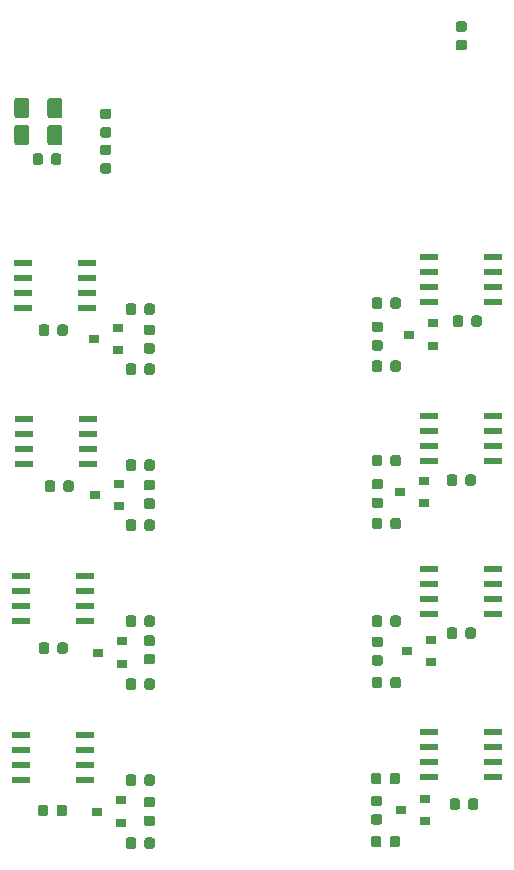
<source format=gbr>
%TF.GenerationSoftware,KiCad,Pcbnew,(5.1.4)-1*%
%TF.CreationDate,2021-10-25T09:14:49+02:00*%
%TF.ProjectId,bbb-diffcape,6262622d-6469-4666-9663-6170652e6b69,rev?*%
%TF.SameCoordinates,Original*%
%TF.FileFunction,Paste,Top*%
%TF.FilePolarity,Positive*%
%FSLAX46Y46*%
G04 Gerber Fmt 4.6, Leading zero omitted, Abs format (unit mm)*
G04 Created by KiCad (PCBNEW (5.1.4)-1) date 2021-10-25 09:14:49*
%MOMM*%
%LPD*%
G04 APERTURE LIST*
%ADD10R,1.550000X0.600000*%
%ADD11R,0.900000X0.800000*%
%ADD12C,0.100000*%
%ADD13C,0.875000*%
%ADD14C,1.250000*%
G04 APERTURE END LIST*
D10*
%TO.C,U2*%
X127198100Y-112674400D03*
X127198100Y-113944400D03*
X127198100Y-115214400D03*
X127198100Y-116484400D03*
X121798100Y-116484400D03*
X121798100Y-115214400D03*
X121798100Y-113944400D03*
X121798100Y-112674400D03*
%TD*%
D11*
%TO.C,D2*%
X128197100Y-119151400D03*
X130197100Y-118201400D03*
X130197100Y-120101400D03*
%TD*%
D12*
%TO.C,R3*%
G36*
X131316791Y-121344453D02*
G01*
X131338026Y-121347603D01*
X131358850Y-121352819D01*
X131379062Y-121360051D01*
X131398468Y-121369230D01*
X131416881Y-121380266D01*
X131434124Y-121393054D01*
X131450030Y-121407470D01*
X131464446Y-121423376D01*
X131477234Y-121440619D01*
X131488270Y-121459032D01*
X131497449Y-121478438D01*
X131504681Y-121498650D01*
X131509897Y-121519474D01*
X131513047Y-121540709D01*
X131514100Y-121562150D01*
X131514100Y-122074650D01*
X131513047Y-122096091D01*
X131509897Y-122117326D01*
X131504681Y-122138150D01*
X131497449Y-122158362D01*
X131488270Y-122177768D01*
X131477234Y-122196181D01*
X131464446Y-122213424D01*
X131450030Y-122229330D01*
X131434124Y-122243746D01*
X131416881Y-122256534D01*
X131398468Y-122267570D01*
X131379062Y-122276749D01*
X131358850Y-122283981D01*
X131338026Y-122289197D01*
X131316791Y-122292347D01*
X131295350Y-122293400D01*
X130857850Y-122293400D01*
X130836409Y-122292347D01*
X130815174Y-122289197D01*
X130794350Y-122283981D01*
X130774138Y-122276749D01*
X130754732Y-122267570D01*
X130736319Y-122256534D01*
X130719076Y-122243746D01*
X130703170Y-122229330D01*
X130688754Y-122213424D01*
X130675966Y-122196181D01*
X130664930Y-122177768D01*
X130655751Y-122158362D01*
X130648519Y-122138150D01*
X130643303Y-122117326D01*
X130640153Y-122096091D01*
X130639100Y-122074650D01*
X130639100Y-121562150D01*
X130640153Y-121540709D01*
X130643303Y-121519474D01*
X130648519Y-121498650D01*
X130655751Y-121478438D01*
X130664930Y-121459032D01*
X130675966Y-121440619D01*
X130688754Y-121423376D01*
X130703170Y-121407470D01*
X130719076Y-121393054D01*
X130736319Y-121380266D01*
X130754732Y-121369230D01*
X130774138Y-121360051D01*
X130794350Y-121352819D01*
X130815174Y-121347603D01*
X130836409Y-121344453D01*
X130857850Y-121343400D01*
X131295350Y-121343400D01*
X131316791Y-121344453D01*
X131316791Y-121344453D01*
G37*
D13*
X131076600Y-121818400D03*
D12*
G36*
X132891791Y-121344453D02*
G01*
X132913026Y-121347603D01*
X132933850Y-121352819D01*
X132954062Y-121360051D01*
X132973468Y-121369230D01*
X132991881Y-121380266D01*
X133009124Y-121393054D01*
X133025030Y-121407470D01*
X133039446Y-121423376D01*
X133052234Y-121440619D01*
X133063270Y-121459032D01*
X133072449Y-121478438D01*
X133079681Y-121498650D01*
X133084897Y-121519474D01*
X133088047Y-121540709D01*
X133089100Y-121562150D01*
X133089100Y-122074650D01*
X133088047Y-122096091D01*
X133084897Y-122117326D01*
X133079681Y-122138150D01*
X133072449Y-122158362D01*
X133063270Y-122177768D01*
X133052234Y-122196181D01*
X133039446Y-122213424D01*
X133025030Y-122229330D01*
X133009124Y-122243746D01*
X132991881Y-122256534D01*
X132973468Y-122267570D01*
X132954062Y-122276749D01*
X132933850Y-122283981D01*
X132913026Y-122289197D01*
X132891791Y-122292347D01*
X132870350Y-122293400D01*
X132432850Y-122293400D01*
X132411409Y-122292347D01*
X132390174Y-122289197D01*
X132369350Y-122283981D01*
X132349138Y-122276749D01*
X132329732Y-122267570D01*
X132311319Y-122256534D01*
X132294076Y-122243746D01*
X132278170Y-122229330D01*
X132263754Y-122213424D01*
X132250966Y-122196181D01*
X132239930Y-122177768D01*
X132230751Y-122158362D01*
X132223519Y-122138150D01*
X132218303Y-122117326D01*
X132215153Y-122096091D01*
X132214100Y-122074650D01*
X132214100Y-121562150D01*
X132215153Y-121540709D01*
X132218303Y-121519474D01*
X132223519Y-121498650D01*
X132230751Y-121478438D01*
X132239930Y-121459032D01*
X132250966Y-121440619D01*
X132263754Y-121423376D01*
X132278170Y-121407470D01*
X132294076Y-121393054D01*
X132311319Y-121380266D01*
X132329732Y-121369230D01*
X132349138Y-121360051D01*
X132369350Y-121352819D01*
X132390174Y-121347603D01*
X132411409Y-121344453D01*
X132432850Y-121343400D01*
X132870350Y-121343400D01*
X132891791Y-121344453D01*
X132891791Y-121344453D01*
G37*
D13*
X132651600Y-121818400D03*
%TD*%
D12*
%TO.C,R2*%
G36*
X153656291Y-115883453D02*
G01*
X153677526Y-115886603D01*
X153698350Y-115891819D01*
X153718562Y-115899051D01*
X153737968Y-115908230D01*
X153756381Y-115919266D01*
X153773624Y-115932054D01*
X153789530Y-115946470D01*
X153803946Y-115962376D01*
X153816734Y-115979619D01*
X153827770Y-115998032D01*
X153836949Y-116017438D01*
X153844181Y-116037650D01*
X153849397Y-116058474D01*
X153852547Y-116079709D01*
X153853600Y-116101150D01*
X153853600Y-116613650D01*
X153852547Y-116635091D01*
X153849397Y-116656326D01*
X153844181Y-116677150D01*
X153836949Y-116697362D01*
X153827770Y-116716768D01*
X153816734Y-116735181D01*
X153803946Y-116752424D01*
X153789530Y-116768330D01*
X153773624Y-116782746D01*
X153756381Y-116795534D01*
X153737968Y-116806570D01*
X153718562Y-116815749D01*
X153698350Y-116822981D01*
X153677526Y-116828197D01*
X153656291Y-116831347D01*
X153634850Y-116832400D01*
X153197350Y-116832400D01*
X153175909Y-116831347D01*
X153154674Y-116828197D01*
X153133850Y-116822981D01*
X153113638Y-116815749D01*
X153094232Y-116806570D01*
X153075819Y-116795534D01*
X153058576Y-116782746D01*
X153042670Y-116768330D01*
X153028254Y-116752424D01*
X153015466Y-116735181D01*
X153004430Y-116716768D01*
X152995251Y-116697362D01*
X152988019Y-116677150D01*
X152982803Y-116656326D01*
X152979653Y-116635091D01*
X152978600Y-116613650D01*
X152978600Y-116101150D01*
X152979653Y-116079709D01*
X152982803Y-116058474D01*
X152988019Y-116037650D01*
X152995251Y-116017438D01*
X153004430Y-115998032D01*
X153015466Y-115979619D01*
X153028254Y-115962376D01*
X153042670Y-115946470D01*
X153058576Y-115932054D01*
X153075819Y-115919266D01*
X153094232Y-115908230D01*
X153113638Y-115899051D01*
X153133850Y-115891819D01*
X153154674Y-115886603D01*
X153175909Y-115883453D01*
X153197350Y-115882400D01*
X153634850Y-115882400D01*
X153656291Y-115883453D01*
X153656291Y-115883453D01*
G37*
D13*
X153416100Y-116357400D03*
D12*
G36*
X152081291Y-115883453D02*
G01*
X152102526Y-115886603D01*
X152123350Y-115891819D01*
X152143562Y-115899051D01*
X152162968Y-115908230D01*
X152181381Y-115919266D01*
X152198624Y-115932054D01*
X152214530Y-115946470D01*
X152228946Y-115962376D01*
X152241734Y-115979619D01*
X152252770Y-115998032D01*
X152261949Y-116017438D01*
X152269181Y-116037650D01*
X152274397Y-116058474D01*
X152277547Y-116079709D01*
X152278600Y-116101150D01*
X152278600Y-116613650D01*
X152277547Y-116635091D01*
X152274397Y-116656326D01*
X152269181Y-116677150D01*
X152261949Y-116697362D01*
X152252770Y-116716768D01*
X152241734Y-116735181D01*
X152228946Y-116752424D01*
X152214530Y-116768330D01*
X152198624Y-116782746D01*
X152181381Y-116795534D01*
X152162968Y-116806570D01*
X152143562Y-116815749D01*
X152123350Y-116822981D01*
X152102526Y-116828197D01*
X152081291Y-116831347D01*
X152059850Y-116832400D01*
X151622350Y-116832400D01*
X151600909Y-116831347D01*
X151579674Y-116828197D01*
X151558850Y-116822981D01*
X151538638Y-116815749D01*
X151519232Y-116806570D01*
X151500819Y-116795534D01*
X151483576Y-116782746D01*
X151467670Y-116768330D01*
X151453254Y-116752424D01*
X151440466Y-116735181D01*
X151429430Y-116716768D01*
X151420251Y-116697362D01*
X151413019Y-116677150D01*
X151407803Y-116656326D01*
X151404653Y-116635091D01*
X151403600Y-116613650D01*
X151403600Y-116101150D01*
X151404653Y-116079709D01*
X151407803Y-116058474D01*
X151413019Y-116037650D01*
X151420251Y-116017438D01*
X151429430Y-115998032D01*
X151440466Y-115979619D01*
X151453254Y-115962376D01*
X151467670Y-115946470D01*
X151483576Y-115932054D01*
X151500819Y-115919266D01*
X151519232Y-115908230D01*
X151538638Y-115899051D01*
X151558850Y-115891819D01*
X151579674Y-115886603D01*
X151600909Y-115883453D01*
X151622350Y-115882400D01*
X152059850Y-115882400D01*
X152081291Y-115883453D01*
X152081291Y-115883453D01*
G37*
D13*
X151841100Y-116357400D03*
%TD*%
D10*
%TO.C,U7*%
X156342100Y-75971400D03*
X156342100Y-74701400D03*
X156342100Y-73431400D03*
X156342100Y-72161400D03*
X161742100Y-72161400D03*
X161742100Y-73431400D03*
X161742100Y-74701400D03*
X161742100Y-75971400D03*
%TD*%
%TO.C,U4*%
X127198100Y-99212400D03*
X127198100Y-100482400D03*
X127198100Y-101752400D03*
X127198100Y-103022400D03*
X121798100Y-103022400D03*
X121798100Y-101752400D03*
X121798100Y-100482400D03*
X121798100Y-99212400D03*
%TD*%
%TO.C,U8*%
X127325100Y-72669400D03*
X127325100Y-73939400D03*
X127325100Y-75209400D03*
X127325100Y-76479400D03*
X121925100Y-76479400D03*
X121925100Y-75209400D03*
X121925100Y-73939400D03*
X121925100Y-72669400D03*
%TD*%
%TO.C,U6*%
X127452100Y-85877400D03*
X127452100Y-87147400D03*
X127452100Y-88417400D03*
X127452100Y-89687400D03*
X122052100Y-89687400D03*
X122052100Y-88417400D03*
X122052100Y-87147400D03*
X122052100Y-85877400D03*
%TD*%
%TO.C,U5*%
X156342100Y-89433400D03*
X156342100Y-88163400D03*
X156342100Y-86893400D03*
X156342100Y-85623400D03*
X161742100Y-85623400D03*
X161742100Y-86893400D03*
X161742100Y-88163400D03*
X161742100Y-89433400D03*
%TD*%
%TO.C,U3*%
X156342100Y-102387400D03*
X156342100Y-101117400D03*
X156342100Y-99847400D03*
X156342100Y-98577400D03*
X161742100Y-98577400D03*
X161742100Y-99847400D03*
X161742100Y-101117400D03*
X161742100Y-102387400D03*
%TD*%
%TO.C,U1*%
X156342100Y-116230400D03*
X156342100Y-114960400D03*
X156342100Y-113690400D03*
X156342100Y-112420400D03*
X161742100Y-112420400D03*
X161742100Y-113690400D03*
X161742100Y-114960400D03*
X161742100Y-116230400D03*
%TD*%
D12*
%TO.C,R25*%
G36*
X132903791Y-79497453D02*
G01*
X132925026Y-79500603D01*
X132945850Y-79505819D01*
X132966062Y-79513051D01*
X132985468Y-79522230D01*
X133003881Y-79533266D01*
X133021124Y-79546054D01*
X133037030Y-79560470D01*
X133051446Y-79576376D01*
X133064234Y-79593619D01*
X133075270Y-79612032D01*
X133084449Y-79631438D01*
X133091681Y-79651650D01*
X133096897Y-79672474D01*
X133100047Y-79693709D01*
X133101100Y-79715150D01*
X133101100Y-80152650D01*
X133100047Y-80174091D01*
X133096897Y-80195326D01*
X133091681Y-80216150D01*
X133084449Y-80236362D01*
X133075270Y-80255768D01*
X133064234Y-80274181D01*
X133051446Y-80291424D01*
X133037030Y-80307330D01*
X133021124Y-80321746D01*
X133003881Y-80334534D01*
X132985468Y-80345570D01*
X132966062Y-80354749D01*
X132945850Y-80361981D01*
X132925026Y-80367197D01*
X132903791Y-80370347D01*
X132882350Y-80371400D01*
X132369850Y-80371400D01*
X132348409Y-80370347D01*
X132327174Y-80367197D01*
X132306350Y-80361981D01*
X132286138Y-80354749D01*
X132266732Y-80345570D01*
X132248319Y-80334534D01*
X132231076Y-80321746D01*
X132215170Y-80307330D01*
X132200754Y-80291424D01*
X132187966Y-80274181D01*
X132176930Y-80255768D01*
X132167751Y-80236362D01*
X132160519Y-80216150D01*
X132155303Y-80195326D01*
X132152153Y-80174091D01*
X132151100Y-80152650D01*
X132151100Y-79715150D01*
X132152153Y-79693709D01*
X132155303Y-79672474D01*
X132160519Y-79651650D01*
X132167751Y-79631438D01*
X132176930Y-79612032D01*
X132187966Y-79593619D01*
X132200754Y-79576376D01*
X132215170Y-79560470D01*
X132231076Y-79546054D01*
X132248319Y-79533266D01*
X132266732Y-79522230D01*
X132286138Y-79513051D01*
X132306350Y-79505819D01*
X132327174Y-79500603D01*
X132348409Y-79497453D01*
X132369850Y-79496400D01*
X132882350Y-79496400D01*
X132903791Y-79497453D01*
X132903791Y-79497453D01*
G37*
D13*
X132626100Y-79933900D03*
D12*
G36*
X132903791Y-77922453D02*
G01*
X132925026Y-77925603D01*
X132945850Y-77930819D01*
X132966062Y-77938051D01*
X132985468Y-77947230D01*
X133003881Y-77958266D01*
X133021124Y-77971054D01*
X133037030Y-77985470D01*
X133051446Y-78001376D01*
X133064234Y-78018619D01*
X133075270Y-78037032D01*
X133084449Y-78056438D01*
X133091681Y-78076650D01*
X133096897Y-78097474D01*
X133100047Y-78118709D01*
X133101100Y-78140150D01*
X133101100Y-78577650D01*
X133100047Y-78599091D01*
X133096897Y-78620326D01*
X133091681Y-78641150D01*
X133084449Y-78661362D01*
X133075270Y-78680768D01*
X133064234Y-78699181D01*
X133051446Y-78716424D01*
X133037030Y-78732330D01*
X133021124Y-78746746D01*
X133003881Y-78759534D01*
X132985468Y-78770570D01*
X132966062Y-78779749D01*
X132945850Y-78786981D01*
X132925026Y-78792197D01*
X132903791Y-78795347D01*
X132882350Y-78796400D01*
X132369850Y-78796400D01*
X132348409Y-78795347D01*
X132327174Y-78792197D01*
X132306350Y-78786981D01*
X132286138Y-78779749D01*
X132266732Y-78770570D01*
X132248319Y-78759534D01*
X132231076Y-78746746D01*
X132215170Y-78732330D01*
X132200754Y-78716424D01*
X132187966Y-78699181D01*
X132176930Y-78680768D01*
X132167751Y-78661362D01*
X132160519Y-78641150D01*
X132155303Y-78620326D01*
X132152153Y-78599091D01*
X132151100Y-78577650D01*
X132151100Y-78140150D01*
X132152153Y-78118709D01*
X132155303Y-78097474D01*
X132160519Y-78076650D01*
X132167751Y-78056438D01*
X132176930Y-78037032D01*
X132187966Y-78018619D01*
X132200754Y-78001376D01*
X132215170Y-77985470D01*
X132231076Y-77971054D01*
X132248319Y-77958266D01*
X132266732Y-77947230D01*
X132286138Y-77938051D01*
X132306350Y-77930819D01*
X132327174Y-77925603D01*
X132348409Y-77922453D01*
X132369850Y-77921400D01*
X132882350Y-77921400D01*
X132903791Y-77922453D01*
X132903791Y-77922453D01*
G37*
D13*
X132626100Y-78358900D03*
%TD*%
D12*
%TO.C,R24*%
G36*
X152207791Y-79243453D02*
G01*
X152229026Y-79246603D01*
X152249850Y-79251819D01*
X152270062Y-79259051D01*
X152289468Y-79268230D01*
X152307881Y-79279266D01*
X152325124Y-79292054D01*
X152341030Y-79306470D01*
X152355446Y-79322376D01*
X152368234Y-79339619D01*
X152379270Y-79358032D01*
X152388449Y-79377438D01*
X152395681Y-79397650D01*
X152400897Y-79418474D01*
X152404047Y-79439709D01*
X152405100Y-79461150D01*
X152405100Y-79898650D01*
X152404047Y-79920091D01*
X152400897Y-79941326D01*
X152395681Y-79962150D01*
X152388449Y-79982362D01*
X152379270Y-80001768D01*
X152368234Y-80020181D01*
X152355446Y-80037424D01*
X152341030Y-80053330D01*
X152325124Y-80067746D01*
X152307881Y-80080534D01*
X152289468Y-80091570D01*
X152270062Y-80100749D01*
X152249850Y-80107981D01*
X152229026Y-80113197D01*
X152207791Y-80116347D01*
X152186350Y-80117400D01*
X151673850Y-80117400D01*
X151652409Y-80116347D01*
X151631174Y-80113197D01*
X151610350Y-80107981D01*
X151590138Y-80100749D01*
X151570732Y-80091570D01*
X151552319Y-80080534D01*
X151535076Y-80067746D01*
X151519170Y-80053330D01*
X151504754Y-80037424D01*
X151491966Y-80020181D01*
X151480930Y-80001768D01*
X151471751Y-79982362D01*
X151464519Y-79962150D01*
X151459303Y-79941326D01*
X151456153Y-79920091D01*
X151455100Y-79898650D01*
X151455100Y-79461150D01*
X151456153Y-79439709D01*
X151459303Y-79418474D01*
X151464519Y-79397650D01*
X151471751Y-79377438D01*
X151480930Y-79358032D01*
X151491966Y-79339619D01*
X151504754Y-79322376D01*
X151519170Y-79306470D01*
X151535076Y-79292054D01*
X151552319Y-79279266D01*
X151570732Y-79268230D01*
X151590138Y-79259051D01*
X151610350Y-79251819D01*
X151631174Y-79246603D01*
X151652409Y-79243453D01*
X151673850Y-79242400D01*
X152186350Y-79242400D01*
X152207791Y-79243453D01*
X152207791Y-79243453D01*
G37*
D13*
X151930100Y-79679900D03*
D12*
G36*
X152207791Y-77668453D02*
G01*
X152229026Y-77671603D01*
X152249850Y-77676819D01*
X152270062Y-77684051D01*
X152289468Y-77693230D01*
X152307881Y-77704266D01*
X152325124Y-77717054D01*
X152341030Y-77731470D01*
X152355446Y-77747376D01*
X152368234Y-77764619D01*
X152379270Y-77783032D01*
X152388449Y-77802438D01*
X152395681Y-77822650D01*
X152400897Y-77843474D01*
X152404047Y-77864709D01*
X152405100Y-77886150D01*
X152405100Y-78323650D01*
X152404047Y-78345091D01*
X152400897Y-78366326D01*
X152395681Y-78387150D01*
X152388449Y-78407362D01*
X152379270Y-78426768D01*
X152368234Y-78445181D01*
X152355446Y-78462424D01*
X152341030Y-78478330D01*
X152325124Y-78492746D01*
X152307881Y-78505534D01*
X152289468Y-78516570D01*
X152270062Y-78525749D01*
X152249850Y-78532981D01*
X152229026Y-78538197D01*
X152207791Y-78541347D01*
X152186350Y-78542400D01*
X151673850Y-78542400D01*
X151652409Y-78541347D01*
X151631174Y-78538197D01*
X151610350Y-78532981D01*
X151590138Y-78525749D01*
X151570732Y-78516570D01*
X151552319Y-78505534D01*
X151535076Y-78492746D01*
X151519170Y-78478330D01*
X151504754Y-78462424D01*
X151491966Y-78445181D01*
X151480930Y-78426768D01*
X151471751Y-78407362D01*
X151464519Y-78387150D01*
X151459303Y-78366326D01*
X151456153Y-78345091D01*
X151455100Y-78323650D01*
X151455100Y-77886150D01*
X151456153Y-77864709D01*
X151459303Y-77843474D01*
X151464519Y-77822650D01*
X151471751Y-77802438D01*
X151480930Y-77783032D01*
X151491966Y-77764619D01*
X151504754Y-77747376D01*
X151519170Y-77731470D01*
X151535076Y-77717054D01*
X151552319Y-77704266D01*
X151570732Y-77693230D01*
X151590138Y-77684051D01*
X151610350Y-77676819D01*
X151631174Y-77671603D01*
X151652409Y-77668453D01*
X151673850Y-77667400D01*
X152186350Y-77667400D01*
X152207791Y-77668453D01*
X152207791Y-77668453D01*
G37*
D13*
X151930100Y-78104900D03*
%TD*%
D12*
%TO.C,R23*%
G36*
X131316791Y-76132453D02*
G01*
X131338026Y-76135603D01*
X131358850Y-76140819D01*
X131379062Y-76148051D01*
X131398468Y-76157230D01*
X131416881Y-76168266D01*
X131434124Y-76181054D01*
X131450030Y-76195470D01*
X131464446Y-76211376D01*
X131477234Y-76228619D01*
X131488270Y-76247032D01*
X131497449Y-76266438D01*
X131504681Y-76286650D01*
X131509897Y-76307474D01*
X131513047Y-76328709D01*
X131514100Y-76350150D01*
X131514100Y-76862650D01*
X131513047Y-76884091D01*
X131509897Y-76905326D01*
X131504681Y-76926150D01*
X131497449Y-76946362D01*
X131488270Y-76965768D01*
X131477234Y-76984181D01*
X131464446Y-77001424D01*
X131450030Y-77017330D01*
X131434124Y-77031746D01*
X131416881Y-77044534D01*
X131398468Y-77055570D01*
X131379062Y-77064749D01*
X131358850Y-77071981D01*
X131338026Y-77077197D01*
X131316791Y-77080347D01*
X131295350Y-77081400D01*
X130857850Y-77081400D01*
X130836409Y-77080347D01*
X130815174Y-77077197D01*
X130794350Y-77071981D01*
X130774138Y-77064749D01*
X130754732Y-77055570D01*
X130736319Y-77044534D01*
X130719076Y-77031746D01*
X130703170Y-77017330D01*
X130688754Y-77001424D01*
X130675966Y-76984181D01*
X130664930Y-76965768D01*
X130655751Y-76946362D01*
X130648519Y-76926150D01*
X130643303Y-76905326D01*
X130640153Y-76884091D01*
X130639100Y-76862650D01*
X130639100Y-76350150D01*
X130640153Y-76328709D01*
X130643303Y-76307474D01*
X130648519Y-76286650D01*
X130655751Y-76266438D01*
X130664930Y-76247032D01*
X130675966Y-76228619D01*
X130688754Y-76211376D01*
X130703170Y-76195470D01*
X130719076Y-76181054D01*
X130736319Y-76168266D01*
X130754732Y-76157230D01*
X130774138Y-76148051D01*
X130794350Y-76140819D01*
X130815174Y-76135603D01*
X130836409Y-76132453D01*
X130857850Y-76131400D01*
X131295350Y-76131400D01*
X131316791Y-76132453D01*
X131316791Y-76132453D01*
G37*
D13*
X131076600Y-76606400D03*
D12*
G36*
X132891791Y-76132453D02*
G01*
X132913026Y-76135603D01*
X132933850Y-76140819D01*
X132954062Y-76148051D01*
X132973468Y-76157230D01*
X132991881Y-76168266D01*
X133009124Y-76181054D01*
X133025030Y-76195470D01*
X133039446Y-76211376D01*
X133052234Y-76228619D01*
X133063270Y-76247032D01*
X133072449Y-76266438D01*
X133079681Y-76286650D01*
X133084897Y-76307474D01*
X133088047Y-76328709D01*
X133089100Y-76350150D01*
X133089100Y-76862650D01*
X133088047Y-76884091D01*
X133084897Y-76905326D01*
X133079681Y-76926150D01*
X133072449Y-76946362D01*
X133063270Y-76965768D01*
X133052234Y-76984181D01*
X133039446Y-77001424D01*
X133025030Y-77017330D01*
X133009124Y-77031746D01*
X132991881Y-77044534D01*
X132973468Y-77055570D01*
X132954062Y-77064749D01*
X132933850Y-77071981D01*
X132913026Y-77077197D01*
X132891791Y-77080347D01*
X132870350Y-77081400D01*
X132432850Y-77081400D01*
X132411409Y-77080347D01*
X132390174Y-77077197D01*
X132369350Y-77071981D01*
X132349138Y-77064749D01*
X132329732Y-77055570D01*
X132311319Y-77044534D01*
X132294076Y-77031746D01*
X132278170Y-77017330D01*
X132263754Y-77001424D01*
X132250966Y-76984181D01*
X132239930Y-76965768D01*
X132230751Y-76946362D01*
X132223519Y-76926150D01*
X132218303Y-76905326D01*
X132215153Y-76884091D01*
X132214100Y-76862650D01*
X132214100Y-76350150D01*
X132215153Y-76328709D01*
X132218303Y-76307474D01*
X132223519Y-76286650D01*
X132230751Y-76266438D01*
X132239930Y-76247032D01*
X132250966Y-76228619D01*
X132263754Y-76211376D01*
X132278170Y-76195470D01*
X132294076Y-76181054D01*
X132311319Y-76168266D01*
X132329732Y-76157230D01*
X132349138Y-76148051D01*
X132369350Y-76140819D01*
X132390174Y-76135603D01*
X132411409Y-76132453D01*
X132432850Y-76131400D01*
X132870350Y-76131400D01*
X132891791Y-76132453D01*
X132891791Y-76132453D01*
G37*
D13*
X132651600Y-76606400D03*
%TD*%
D12*
%TO.C,R22*%
G36*
X131316791Y-81212453D02*
G01*
X131338026Y-81215603D01*
X131358850Y-81220819D01*
X131379062Y-81228051D01*
X131398468Y-81237230D01*
X131416881Y-81248266D01*
X131434124Y-81261054D01*
X131450030Y-81275470D01*
X131464446Y-81291376D01*
X131477234Y-81308619D01*
X131488270Y-81327032D01*
X131497449Y-81346438D01*
X131504681Y-81366650D01*
X131509897Y-81387474D01*
X131513047Y-81408709D01*
X131514100Y-81430150D01*
X131514100Y-81942650D01*
X131513047Y-81964091D01*
X131509897Y-81985326D01*
X131504681Y-82006150D01*
X131497449Y-82026362D01*
X131488270Y-82045768D01*
X131477234Y-82064181D01*
X131464446Y-82081424D01*
X131450030Y-82097330D01*
X131434124Y-82111746D01*
X131416881Y-82124534D01*
X131398468Y-82135570D01*
X131379062Y-82144749D01*
X131358850Y-82151981D01*
X131338026Y-82157197D01*
X131316791Y-82160347D01*
X131295350Y-82161400D01*
X130857850Y-82161400D01*
X130836409Y-82160347D01*
X130815174Y-82157197D01*
X130794350Y-82151981D01*
X130774138Y-82144749D01*
X130754732Y-82135570D01*
X130736319Y-82124534D01*
X130719076Y-82111746D01*
X130703170Y-82097330D01*
X130688754Y-82081424D01*
X130675966Y-82064181D01*
X130664930Y-82045768D01*
X130655751Y-82026362D01*
X130648519Y-82006150D01*
X130643303Y-81985326D01*
X130640153Y-81964091D01*
X130639100Y-81942650D01*
X130639100Y-81430150D01*
X130640153Y-81408709D01*
X130643303Y-81387474D01*
X130648519Y-81366650D01*
X130655751Y-81346438D01*
X130664930Y-81327032D01*
X130675966Y-81308619D01*
X130688754Y-81291376D01*
X130703170Y-81275470D01*
X130719076Y-81261054D01*
X130736319Y-81248266D01*
X130754732Y-81237230D01*
X130774138Y-81228051D01*
X130794350Y-81220819D01*
X130815174Y-81215603D01*
X130836409Y-81212453D01*
X130857850Y-81211400D01*
X131295350Y-81211400D01*
X131316791Y-81212453D01*
X131316791Y-81212453D01*
G37*
D13*
X131076600Y-81686400D03*
D12*
G36*
X132891791Y-81212453D02*
G01*
X132913026Y-81215603D01*
X132933850Y-81220819D01*
X132954062Y-81228051D01*
X132973468Y-81237230D01*
X132991881Y-81248266D01*
X133009124Y-81261054D01*
X133025030Y-81275470D01*
X133039446Y-81291376D01*
X133052234Y-81308619D01*
X133063270Y-81327032D01*
X133072449Y-81346438D01*
X133079681Y-81366650D01*
X133084897Y-81387474D01*
X133088047Y-81408709D01*
X133089100Y-81430150D01*
X133089100Y-81942650D01*
X133088047Y-81964091D01*
X133084897Y-81985326D01*
X133079681Y-82006150D01*
X133072449Y-82026362D01*
X133063270Y-82045768D01*
X133052234Y-82064181D01*
X133039446Y-82081424D01*
X133025030Y-82097330D01*
X133009124Y-82111746D01*
X132991881Y-82124534D01*
X132973468Y-82135570D01*
X132954062Y-82144749D01*
X132933850Y-82151981D01*
X132913026Y-82157197D01*
X132891791Y-82160347D01*
X132870350Y-82161400D01*
X132432850Y-82161400D01*
X132411409Y-82160347D01*
X132390174Y-82157197D01*
X132369350Y-82151981D01*
X132349138Y-82144749D01*
X132329732Y-82135570D01*
X132311319Y-82124534D01*
X132294076Y-82111746D01*
X132278170Y-82097330D01*
X132263754Y-82081424D01*
X132250966Y-82064181D01*
X132239930Y-82045768D01*
X132230751Y-82026362D01*
X132223519Y-82006150D01*
X132218303Y-81985326D01*
X132215153Y-81964091D01*
X132214100Y-81942650D01*
X132214100Y-81430150D01*
X132215153Y-81408709D01*
X132218303Y-81387474D01*
X132223519Y-81366650D01*
X132230751Y-81346438D01*
X132239930Y-81327032D01*
X132250966Y-81308619D01*
X132263754Y-81291376D01*
X132278170Y-81275470D01*
X132294076Y-81261054D01*
X132311319Y-81248266D01*
X132329732Y-81237230D01*
X132349138Y-81228051D01*
X132369350Y-81220819D01*
X132390174Y-81215603D01*
X132411409Y-81212453D01*
X132432850Y-81211400D01*
X132870350Y-81211400D01*
X132891791Y-81212453D01*
X132891791Y-81212453D01*
G37*
D13*
X132651600Y-81686400D03*
%TD*%
D12*
%TO.C,R21*%
G36*
X153719791Y-75624453D02*
G01*
X153741026Y-75627603D01*
X153761850Y-75632819D01*
X153782062Y-75640051D01*
X153801468Y-75649230D01*
X153819881Y-75660266D01*
X153837124Y-75673054D01*
X153853030Y-75687470D01*
X153867446Y-75703376D01*
X153880234Y-75720619D01*
X153891270Y-75739032D01*
X153900449Y-75758438D01*
X153907681Y-75778650D01*
X153912897Y-75799474D01*
X153916047Y-75820709D01*
X153917100Y-75842150D01*
X153917100Y-76354650D01*
X153916047Y-76376091D01*
X153912897Y-76397326D01*
X153907681Y-76418150D01*
X153900449Y-76438362D01*
X153891270Y-76457768D01*
X153880234Y-76476181D01*
X153867446Y-76493424D01*
X153853030Y-76509330D01*
X153837124Y-76523746D01*
X153819881Y-76536534D01*
X153801468Y-76547570D01*
X153782062Y-76556749D01*
X153761850Y-76563981D01*
X153741026Y-76569197D01*
X153719791Y-76572347D01*
X153698350Y-76573400D01*
X153260850Y-76573400D01*
X153239409Y-76572347D01*
X153218174Y-76569197D01*
X153197350Y-76563981D01*
X153177138Y-76556749D01*
X153157732Y-76547570D01*
X153139319Y-76536534D01*
X153122076Y-76523746D01*
X153106170Y-76509330D01*
X153091754Y-76493424D01*
X153078966Y-76476181D01*
X153067930Y-76457768D01*
X153058751Y-76438362D01*
X153051519Y-76418150D01*
X153046303Y-76397326D01*
X153043153Y-76376091D01*
X153042100Y-76354650D01*
X153042100Y-75842150D01*
X153043153Y-75820709D01*
X153046303Y-75799474D01*
X153051519Y-75778650D01*
X153058751Y-75758438D01*
X153067930Y-75739032D01*
X153078966Y-75720619D01*
X153091754Y-75703376D01*
X153106170Y-75687470D01*
X153122076Y-75673054D01*
X153139319Y-75660266D01*
X153157732Y-75649230D01*
X153177138Y-75640051D01*
X153197350Y-75632819D01*
X153218174Y-75627603D01*
X153239409Y-75624453D01*
X153260850Y-75623400D01*
X153698350Y-75623400D01*
X153719791Y-75624453D01*
X153719791Y-75624453D01*
G37*
D13*
X153479600Y-76098400D03*
D12*
G36*
X152144791Y-75624453D02*
G01*
X152166026Y-75627603D01*
X152186850Y-75632819D01*
X152207062Y-75640051D01*
X152226468Y-75649230D01*
X152244881Y-75660266D01*
X152262124Y-75673054D01*
X152278030Y-75687470D01*
X152292446Y-75703376D01*
X152305234Y-75720619D01*
X152316270Y-75739032D01*
X152325449Y-75758438D01*
X152332681Y-75778650D01*
X152337897Y-75799474D01*
X152341047Y-75820709D01*
X152342100Y-75842150D01*
X152342100Y-76354650D01*
X152341047Y-76376091D01*
X152337897Y-76397326D01*
X152332681Y-76418150D01*
X152325449Y-76438362D01*
X152316270Y-76457768D01*
X152305234Y-76476181D01*
X152292446Y-76493424D01*
X152278030Y-76509330D01*
X152262124Y-76523746D01*
X152244881Y-76536534D01*
X152226468Y-76547570D01*
X152207062Y-76556749D01*
X152186850Y-76563981D01*
X152166026Y-76569197D01*
X152144791Y-76572347D01*
X152123350Y-76573400D01*
X151685850Y-76573400D01*
X151664409Y-76572347D01*
X151643174Y-76569197D01*
X151622350Y-76563981D01*
X151602138Y-76556749D01*
X151582732Y-76547570D01*
X151564319Y-76536534D01*
X151547076Y-76523746D01*
X151531170Y-76509330D01*
X151516754Y-76493424D01*
X151503966Y-76476181D01*
X151492930Y-76457768D01*
X151483751Y-76438362D01*
X151476519Y-76418150D01*
X151471303Y-76397326D01*
X151468153Y-76376091D01*
X151467100Y-76354650D01*
X151467100Y-75842150D01*
X151468153Y-75820709D01*
X151471303Y-75799474D01*
X151476519Y-75778650D01*
X151483751Y-75758438D01*
X151492930Y-75739032D01*
X151503966Y-75720619D01*
X151516754Y-75703376D01*
X151531170Y-75687470D01*
X151547076Y-75673054D01*
X151564319Y-75660266D01*
X151582732Y-75649230D01*
X151602138Y-75640051D01*
X151622350Y-75632819D01*
X151643174Y-75627603D01*
X151664409Y-75624453D01*
X151685850Y-75623400D01*
X152123350Y-75623400D01*
X152144791Y-75624453D01*
X152144791Y-75624453D01*
G37*
D13*
X151904600Y-76098400D03*
%TD*%
D12*
%TO.C,R20*%
G36*
X153719791Y-80958453D02*
G01*
X153741026Y-80961603D01*
X153761850Y-80966819D01*
X153782062Y-80974051D01*
X153801468Y-80983230D01*
X153819881Y-80994266D01*
X153837124Y-81007054D01*
X153853030Y-81021470D01*
X153867446Y-81037376D01*
X153880234Y-81054619D01*
X153891270Y-81073032D01*
X153900449Y-81092438D01*
X153907681Y-81112650D01*
X153912897Y-81133474D01*
X153916047Y-81154709D01*
X153917100Y-81176150D01*
X153917100Y-81688650D01*
X153916047Y-81710091D01*
X153912897Y-81731326D01*
X153907681Y-81752150D01*
X153900449Y-81772362D01*
X153891270Y-81791768D01*
X153880234Y-81810181D01*
X153867446Y-81827424D01*
X153853030Y-81843330D01*
X153837124Y-81857746D01*
X153819881Y-81870534D01*
X153801468Y-81881570D01*
X153782062Y-81890749D01*
X153761850Y-81897981D01*
X153741026Y-81903197D01*
X153719791Y-81906347D01*
X153698350Y-81907400D01*
X153260850Y-81907400D01*
X153239409Y-81906347D01*
X153218174Y-81903197D01*
X153197350Y-81897981D01*
X153177138Y-81890749D01*
X153157732Y-81881570D01*
X153139319Y-81870534D01*
X153122076Y-81857746D01*
X153106170Y-81843330D01*
X153091754Y-81827424D01*
X153078966Y-81810181D01*
X153067930Y-81791768D01*
X153058751Y-81772362D01*
X153051519Y-81752150D01*
X153046303Y-81731326D01*
X153043153Y-81710091D01*
X153042100Y-81688650D01*
X153042100Y-81176150D01*
X153043153Y-81154709D01*
X153046303Y-81133474D01*
X153051519Y-81112650D01*
X153058751Y-81092438D01*
X153067930Y-81073032D01*
X153078966Y-81054619D01*
X153091754Y-81037376D01*
X153106170Y-81021470D01*
X153122076Y-81007054D01*
X153139319Y-80994266D01*
X153157732Y-80983230D01*
X153177138Y-80974051D01*
X153197350Y-80966819D01*
X153218174Y-80961603D01*
X153239409Y-80958453D01*
X153260850Y-80957400D01*
X153698350Y-80957400D01*
X153719791Y-80958453D01*
X153719791Y-80958453D01*
G37*
D13*
X153479600Y-81432400D03*
D12*
G36*
X152144791Y-80958453D02*
G01*
X152166026Y-80961603D01*
X152186850Y-80966819D01*
X152207062Y-80974051D01*
X152226468Y-80983230D01*
X152244881Y-80994266D01*
X152262124Y-81007054D01*
X152278030Y-81021470D01*
X152292446Y-81037376D01*
X152305234Y-81054619D01*
X152316270Y-81073032D01*
X152325449Y-81092438D01*
X152332681Y-81112650D01*
X152337897Y-81133474D01*
X152341047Y-81154709D01*
X152342100Y-81176150D01*
X152342100Y-81688650D01*
X152341047Y-81710091D01*
X152337897Y-81731326D01*
X152332681Y-81752150D01*
X152325449Y-81772362D01*
X152316270Y-81791768D01*
X152305234Y-81810181D01*
X152292446Y-81827424D01*
X152278030Y-81843330D01*
X152262124Y-81857746D01*
X152244881Y-81870534D01*
X152226468Y-81881570D01*
X152207062Y-81890749D01*
X152186850Y-81897981D01*
X152166026Y-81903197D01*
X152144791Y-81906347D01*
X152123350Y-81907400D01*
X151685850Y-81907400D01*
X151664409Y-81906347D01*
X151643174Y-81903197D01*
X151622350Y-81897981D01*
X151602138Y-81890749D01*
X151582732Y-81881570D01*
X151564319Y-81870534D01*
X151547076Y-81857746D01*
X151531170Y-81843330D01*
X151516754Y-81827424D01*
X151503966Y-81810181D01*
X151492930Y-81791768D01*
X151483751Y-81772362D01*
X151476519Y-81752150D01*
X151471303Y-81731326D01*
X151468153Y-81710091D01*
X151467100Y-81688650D01*
X151467100Y-81176150D01*
X151468153Y-81154709D01*
X151471303Y-81133474D01*
X151476519Y-81112650D01*
X151483751Y-81092438D01*
X151492930Y-81073032D01*
X151503966Y-81054619D01*
X151516754Y-81037376D01*
X151531170Y-81021470D01*
X151547076Y-81007054D01*
X151564319Y-80994266D01*
X151582732Y-80983230D01*
X151602138Y-80974051D01*
X151622350Y-80966819D01*
X151643174Y-80961603D01*
X151664409Y-80958453D01*
X151685850Y-80957400D01*
X152123350Y-80957400D01*
X152144791Y-80958453D01*
X152144791Y-80958453D01*
G37*
D13*
X151904600Y-81432400D03*
%TD*%
D12*
%TO.C,R19*%
G36*
X132903791Y-92641953D02*
G01*
X132925026Y-92645103D01*
X132945850Y-92650319D01*
X132966062Y-92657551D01*
X132985468Y-92666730D01*
X133003881Y-92677766D01*
X133021124Y-92690554D01*
X133037030Y-92704970D01*
X133051446Y-92720876D01*
X133064234Y-92738119D01*
X133075270Y-92756532D01*
X133084449Y-92775938D01*
X133091681Y-92796150D01*
X133096897Y-92816974D01*
X133100047Y-92838209D01*
X133101100Y-92859650D01*
X133101100Y-93297150D01*
X133100047Y-93318591D01*
X133096897Y-93339826D01*
X133091681Y-93360650D01*
X133084449Y-93380862D01*
X133075270Y-93400268D01*
X133064234Y-93418681D01*
X133051446Y-93435924D01*
X133037030Y-93451830D01*
X133021124Y-93466246D01*
X133003881Y-93479034D01*
X132985468Y-93490070D01*
X132966062Y-93499249D01*
X132945850Y-93506481D01*
X132925026Y-93511697D01*
X132903791Y-93514847D01*
X132882350Y-93515900D01*
X132369850Y-93515900D01*
X132348409Y-93514847D01*
X132327174Y-93511697D01*
X132306350Y-93506481D01*
X132286138Y-93499249D01*
X132266732Y-93490070D01*
X132248319Y-93479034D01*
X132231076Y-93466246D01*
X132215170Y-93451830D01*
X132200754Y-93435924D01*
X132187966Y-93418681D01*
X132176930Y-93400268D01*
X132167751Y-93380862D01*
X132160519Y-93360650D01*
X132155303Y-93339826D01*
X132152153Y-93318591D01*
X132151100Y-93297150D01*
X132151100Y-92859650D01*
X132152153Y-92838209D01*
X132155303Y-92816974D01*
X132160519Y-92796150D01*
X132167751Y-92775938D01*
X132176930Y-92756532D01*
X132187966Y-92738119D01*
X132200754Y-92720876D01*
X132215170Y-92704970D01*
X132231076Y-92690554D01*
X132248319Y-92677766D01*
X132266732Y-92666730D01*
X132286138Y-92657551D01*
X132306350Y-92650319D01*
X132327174Y-92645103D01*
X132348409Y-92641953D01*
X132369850Y-92640900D01*
X132882350Y-92640900D01*
X132903791Y-92641953D01*
X132903791Y-92641953D01*
G37*
D13*
X132626100Y-93078400D03*
D12*
G36*
X132903791Y-91066953D02*
G01*
X132925026Y-91070103D01*
X132945850Y-91075319D01*
X132966062Y-91082551D01*
X132985468Y-91091730D01*
X133003881Y-91102766D01*
X133021124Y-91115554D01*
X133037030Y-91129970D01*
X133051446Y-91145876D01*
X133064234Y-91163119D01*
X133075270Y-91181532D01*
X133084449Y-91200938D01*
X133091681Y-91221150D01*
X133096897Y-91241974D01*
X133100047Y-91263209D01*
X133101100Y-91284650D01*
X133101100Y-91722150D01*
X133100047Y-91743591D01*
X133096897Y-91764826D01*
X133091681Y-91785650D01*
X133084449Y-91805862D01*
X133075270Y-91825268D01*
X133064234Y-91843681D01*
X133051446Y-91860924D01*
X133037030Y-91876830D01*
X133021124Y-91891246D01*
X133003881Y-91904034D01*
X132985468Y-91915070D01*
X132966062Y-91924249D01*
X132945850Y-91931481D01*
X132925026Y-91936697D01*
X132903791Y-91939847D01*
X132882350Y-91940900D01*
X132369850Y-91940900D01*
X132348409Y-91939847D01*
X132327174Y-91936697D01*
X132306350Y-91931481D01*
X132286138Y-91924249D01*
X132266732Y-91915070D01*
X132248319Y-91904034D01*
X132231076Y-91891246D01*
X132215170Y-91876830D01*
X132200754Y-91860924D01*
X132187966Y-91843681D01*
X132176930Y-91825268D01*
X132167751Y-91805862D01*
X132160519Y-91785650D01*
X132155303Y-91764826D01*
X132152153Y-91743591D01*
X132151100Y-91722150D01*
X132151100Y-91284650D01*
X132152153Y-91263209D01*
X132155303Y-91241974D01*
X132160519Y-91221150D01*
X132167751Y-91200938D01*
X132176930Y-91181532D01*
X132187966Y-91163119D01*
X132200754Y-91145876D01*
X132215170Y-91129970D01*
X132231076Y-91115554D01*
X132248319Y-91102766D01*
X132266732Y-91091730D01*
X132286138Y-91082551D01*
X132306350Y-91075319D01*
X132327174Y-91070103D01*
X132348409Y-91066953D01*
X132369850Y-91065900D01*
X132882350Y-91065900D01*
X132903791Y-91066953D01*
X132903791Y-91066953D01*
G37*
D13*
X132626100Y-91503400D03*
%TD*%
D12*
%TO.C,R18*%
G36*
X152207791Y-92578453D02*
G01*
X152229026Y-92581603D01*
X152249850Y-92586819D01*
X152270062Y-92594051D01*
X152289468Y-92603230D01*
X152307881Y-92614266D01*
X152325124Y-92627054D01*
X152341030Y-92641470D01*
X152355446Y-92657376D01*
X152368234Y-92674619D01*
X152379270Y-92693032D01*
X152388449Y-92712438D01*
X152395681Y-92732650D01*
X152400897Y-92753474D01*
X152404047Y-92774709D01*
X152405100Y-92796150D01*
X152405100Y-93233650D01*
X152404047Y-93255091D01*
X152400897Y-93276326D01*
X152395681Y-93297150D01*
X152388449Y-93317362D01*
X152379270Y-93336768D01*
X152368234Y-93355181D01*
X152355446Y-93372424D01*
X152341030Y-93388330D01*
X152325124Y-93402746D01*
X152307881Y-93415534D01*
X152289468Y-93426570D01*
X152270062Y-93435749D01*
X152249850Y-93442981D01*
X152229026Y-93448197D01*
X152207791Y-93451347D01*
X152186350Y-93452400D01*
X151673850Y-93452400D01*
X151652409Y-93451347D01*
X151631174Y-93448197D01*
X151610350Y-93442981D01*
X151590138Y-93435749D01*
X151570732Y-93426570D01*
X151552319Y-93415534D01*
X151535076Y-93402746D01*
X151519170Y-93388330D01*
X151504754Y-93372424D01*
X151491966Y-93355181D01*
X151480930Y-93336768D01*
X151471751Y-93317362D01*
X151464519Y-93297150D01*
X151459303Y-93276326D01*
X151456153Y-93255091D01*
X151455100Y-93233650D01*
X151455100Y-92796150D01*
X151456153Y-92774709D01*
X151459303Y-92753474D01*
X151464519Y-92732650D01*
X151471751Y-92712438D01*
X151480930Y-92693032D01*
X151491966Y-92674619D01*
X151504754Y-92657376D01*
X151519170Y-92641470D01*
X151535076Y-92627054D01*
X151552319Y-92614266D01*
X151570732Y-92603230D01*
X151590138Y-92594051D01*
X151610350Y-92586819D01*
X151631174Y-92581603D01*
X151652409Y-92578453D01*
X151673850Y-92577400D01*
X152186350Y-92577400D01*
X152207791Y-92578453D01*
X152207791Y-92578453D01*
G37*
D13*
X151930100Y-93014900D03*
D12*
G36*
X152207791Y-91003453D02*
G01*
X152229026Y-91006603D01*
X152249850Y-91011819D01*
X152270062Y-91019051D01*
X152289468Y-91028230D01*
X152307881Y-91039266D01*
X152325124Y-91052054D01*
X152341030Y-91066470D01*
X152355446Y-91082376D01*
X152368234Y-91099619D01*
X152379270Y-91118032D01*
X152388449Y-91137438D01*
X152395681Y-91157650D01*
X152400897Y-91178474D01*
X152404047Y-91199709D01*
X152405100Y-91221150D01*
X152405100Y-91658650D01*
X152404047Y-91680091D01*
X152400897Y-91701326D01*
X152395681Y-91722150D01*
X152388449Y-91742362D01*
X152379270Y-91761768D01*
X152368234Y-91780181D01*
X152355446Y-91797424D01*
X152341030Y-91813330D01*
X152325124Y-91827746D01*
X152307881Y-91840534D01*
X152289468Y-91851570D01*
X152270062Y-91860749D01*
X152249850Y-91867981D01*
X152229026Y-91873197D01*
X152207791Y-91876347D01*
X152186350Y-91877400D01*
X151673850Y-91877400D01*
X151652409Y-91876347D01*
X151631174Y-91873197D01*
X151610350Y-91867981D01*
X151590138Y-91860749D01*
X151570732Y-91851570D01*
X151552319Y-91840534D01*
X151535076Y-91827746D01*
X151519170Y-91813330D01*
X151504754Y-91797424D01*
X151491966Y-91780181D01*
X151480930Y-91761768D01*
X151471751Y-91742362D01*
X151464519Y-91722150D01*
X151459303Y-91701326D01*
X151456153Y-91680091D01*
X151455100Y-91658650D01*
X151455100Y-91221150D01*
X151456153Y-91199709D01*
X151459303Y-91178474D01*
X151464519Y-91157650D01*
X151471751Y-91137438D01*
X151480930Y-91118032D01*
X151491966Y-91099619D01*
X151504754Y-91082376D01*
X151519170Y-91066470D01*
X151535076Y-91052054D01*
X151552319Y-91039266D01*
X151570732Y-91028230D01*
X151590138Y-91019051D01*
X151610350Y-91011819D01*
X151631174Y-91006603D01*
X151652409Y-91003453D01*
X151673850Y-91002400D01*
X152186350Y-91002400D01*
X152207791Y-91003453D01*
X152207791Y-91003453D01*
G37*
D13*
X151930100Y-91439900D03*
%TD*%
D12*
%TO.C,R17*%
G36*
X131316791Y-89340453D02*
G01*
X131338026Y-89343603D01*
X131358850Y-89348819D01*
X131379062Y-89356051D01*
X131398468Y-89365230D01*
X131416881Y-89376266D01*
X131434124Y-89389054D01*
X131450030Y-89403470D01*
X131464446Y-89419376D01*
X131477234Y-89436619D01*
X131488270Y-89455032D01*
X131497449Y-89474438D01*
X131504681Y-89494650D01*
X131509897Y-89515474D01*
X131513047Y-89536709D01*
X131514100Y-89558150D01*
X131514100Y-90070650D01*
X131513047Y-90092091D01*
X131509897Y-90113326D01*
X131504681Y-90134150D01*
X131497449Y-90154362D01*
X131488270Y-90173768D01*
X131477234Y-90192181D01*
X131464446Y-90209424D01*
X131450030Y-90225330D01*
X131434124Y-90239746D01*
X131416881Y-90252534D01*
X131398468Y-90263570D01*
X131379062Y-90272749D01*
X131358850Y-90279981D01*
X131338026Y-90285197D01*
X131316791Y-90288347D01*
X131295350Y-90289400D01*
X130857850Y-90289400D01*
X130836409Y-90288347D01*
X130815174Y-90285197D01*
X130794350Y-90279981D01*
X130774138Y-90272749D01*
X130754732Y-90263570D01*
X130736319Y-90252534D01*
X130719076Y-90239746D01*
X130703170Y-90225330D01*
X130688754Y-90209424D01*
X130675966Y-90192181D01*
X130664930Y-90173768D01*
X130655751Y-90154362D01*
X130648519Y-90134150D01*
X130643303Y-90113326D01*
X130640153Y-90092091D01*
X130639100Y-90070650D01*
X130639100Y-89558150D01*
X130640153Y-89536709D01*
X130643303Y-89515474D01*
X130648519Y-89494650D01*
X130655751Y-89474438D01*
X130664930Y-89455032D01*
X130675966Y-89436619D01*
X130688754Y-89419376D01*
X130703170Y-89403470D01*
X130719076Y-89389054D01*
X130736319Y-89376266D01*
X130754732Y-89365230D01*
X130774138Y-89356051D01*
X130794350Y-89348819D01*
X130815174Y-89343603D01*
X130836409Y-89340453D01*
X130857850Y-89339400D01*
X131295350Y-89339400D01*
X131316791Y-89340453D01*
X131316791Y-89340453D01*
G37*
D13*
X131076600Y-89814400D03*
D12*
G36*
X132891791Y-89340453D02*
G01*
X132913026Y-89343603D01*
X132933850Y-89348819D01*
X132954062Y-89356051D01*
X132973468Y-89365230D01*
X132991881Y-89376266D01*
X133009124Y-89389054D01*
X133025030Y-89403470D01*
X133039446Y-89419376D01*
X133052234Y-89436619D01*
X133063270Y-89455032D01*
X133072449Y-89474438D01*
X133079681Y-89494650D01*
X133084897Y-89515474D01*
X133088047Y-89536709D01*
X133089100Y-89558150D01*
X133089100Y-90070650D01*
X133088047Y-90092091D01*
X133084897Y-90113326D01*
X133079681Y-90134150D01*
X133072449Y-90154362D01*
X133063270Y-90173768D01*
X133052234Y-90192181D01*
X133039446Y-90209424D01*
X133025030Y-90225330D01*
X133009124Y-90239746D01*
X132991881Y-90252534D01*
X132973468Y-90263570D01*
X132954062Y-90272749D01*
X132933850Y-90279981D01*
X132913026Y-90285197D01*
X132891791Y-90288347D01*
X132870350Y-90289400D01*
X132432850Y-90289400D01*
X132411409Y-90288347D01*
X132390174Y-90285197D01*
X132369350Y-90279981D01*
X132349138Y-90272749D01*
X132329732Y-90263570D01*
X132311319Y-90252534D01*
X132294076Y-90239746D01*
X132278170Y-90225330D01*
X132263754Y-90209424D01*
X132250966Y-90192181D01*
X132239930Y-90173768D01*
X132230751Y-90154362D01*
X132223519Y-90134150D01*
X132218303Y-90113326D01*
X132215153Y-90092091D01*
X132214100Y-90070650D01*
X132214100Y-89558150D01*
X132215153Y-89536709D01*
X132218303Y-89515474D01*
X132223519Y-89494650D01*
X132230751Y-89474438D01*
X132239930Y-89455032D01*
X132250966Y-89436619D01*
X132263754Y-89419376D01*
X132278170Y-89403470D01*
X132294076Y-89389054D01*
X132311319Y-89376266D01*
X132329732Y-89365230D01*
X132349138Y-89356051D01*
X132369350Y-89348819D01*
X132390174Y-89343603D01*
X132411409Y-89340453D01*
X132432850Y-89339400D01*
X132870350Y-89339400D01*
X132891791Y-89340453D01*
X132891791Y-89340453D01*
G37*
D13*
X132651600Y-89814400D03*
%TD*%
D12*
%TO.C,R16*%
G36*
X131316791Y-94420453D02*
G01*
X131338026Y-94423603D01*
X131358850Y-94428819D01*
X131379062Y-94436051D01*
X131398468Y-94445230D01*
X131416881Y-94456266D01*
X131434124Y-94469054D01*
X131450030Y-94483470D01*
X131464446Y-94499376D01*
X131477234Y-94516619D01*
X131488270Y-94535032D01*
X131497449Y-94554438D01*
X131504681Y-94574650D01*
X131509897Y-94595474D01*
X131513047Y-94616709D01*
X131514100Y-94638150D01*
X131514100Y-95150650D01*
X131513047Y-95172091D01*
X131509897Y-95193326D01*
X131504681Y-95214150D01*
X131497449Y-95234362D01*
X131488270Y-95253768D01*
X131477234Y-95272181D01*
X131464446Y-95289424D01*
X131450030Y-95305330D01*
X131434124Y-95319746D01*
X131416881Y-95332534D01*
X131398468Y-95343570D01*
X131379062Y-95352749D01*
X131358850Y-95359981D01*
X131338026Y-95365197D01*
X131316791Y-95368347D01*
X131295350Y-95369400D01*
X130857850Y-95369400D01*
X130836409Y-95368347D01*
X130815174Y-95365197D01*
X130794350Y-95359981D01*
X130774138Y-95352749D01*
X130754732Y-95343570D01*
X130736319Y-95332534D01*
X130719076Y-95319746D01*
X130703170Y-95305330D01*
X130688754Y-95289424D01*
X130675966Y-95272181D01*
X130664930Y-95253768D01*
X130655751Y-95234362D01*
X130648519Y-95214150D01*
X130643303Y-95193326D01*
X130640153Y-95172091D01*
X130639100Y-95150650D01*
X130639100Y-94638150D01*
X130640153Y-94616709D01*
X130643303Y-94595474D01*
X130648519Y-94574650D01*
X130655751Y-94554438D01*
X130664930Y-94535032D01*
X130675966Y-94516619D01*
X130688754Y-94499376D01*
X130703170Y-94483470D01*
X130719076Y-94469054D01*
X130736319Y-94456266D01*
X130754732Y-94445230D01*
X130774138Y-94436051D01*
X130794350Y-94428819D01*
X130815174Y-94423603D01*
X130836409Y-94420453D01*
X130857850Y-94419400D01*
X131295350Y-94419400D01*
X131316791Y-94420453D01*
X131316791Y-94420453D01*
G37*
D13*
X131076600Y-94894400D03*
D12*
G36*
X132891791Y-94420453D02*
G01*
X132913026Y-94423603D01*
X132933850Y-94428819D01*
X132954062Y-94436051D01*
X132973468Y-94445230D01*
X132991881Y-94456266D01*
X133009124Y-94469054D01*
X133025030Y-94483470D01*
X133039446Y-94499376D01*
X133052234Y-94516619D01*
X133063270Y-94535032D01*
X133072449Y-94554438D01*
X133079681Y-94574650D01*
X133084897Y-94595474D01*
X133088047Y-94616709D01*
X133089100Y-94638150D01*
X133089100Y-95150650D01*
X133088047Y-95172091D01*
X133084897Y-95193326D01*
X133079681Y-95214150D01*
X133072449Y-95234362D01*
X133063270Y-95253768D01*
X133052234Y-95272181D01*
X133039446Y-95289424D01*
X133025030Y-95305330D01*
X133009124Y-95319746D01*
X132991881Y-95332534D01*
X132973468Y-95343570D01*
X132954062Y-95352749D01*
X132933850Y-95359981D01*
X132913026Y-95365197D01*
X132891791Y-95368347D01*
X132870350Y-95369400D01*
X132432850Y-95369400D01*
X132411409Y-95368347D01*
X132390174Y-95365197D01*
X132369350Y-95359981D01*
X132349138Y-95352749D01*
X132329732Y-95343570D01*
X132311319Y-95332534D01*
X132294076Y-95319746D01*
X132278170Y-95305330D01*
X132263754Y-95289424D01*
X132250966Y-95272181D01*
X132239930Y-95253768D01*
X132230751Y-95234362D01*
X132223519Y-95214150D01*
X132218303Y-95193326D01*
X132215153Y-95172091D01*
X132214100Y-95150650D01*
X132214100Y-94638150D01*
X132215153Y-94616709D01*
X132218303Y-94595474D01*
X132223519Y-94574650D01*
X132230751Y-94554438D01*
X132239930Y-94535032D01*
X132250966Y-94516619D01*
X132263754Y-94499376D01*
X132278170Y-94483470D01*
X132294076Y-94469054D01*
X132311319Y-94456266D01*
X132329732Y-94445230D01*
X132349138Y-94436051D01*
X132369350Y-94428819D01*
X132390174Y-94423603D01*
X132411409Y-94420453D01*
X132432850Y-94419400D01*
X132870350Y-94419400D01*
X132891791Y-94420453D01*
X132891791Y-94420453D01*
G37*
D13*
X132651600Y-94894400D03*
%TD*%
D12*
%TO.C,R15*%
G36*
X153719791Y-88959453D02*
G01*
X153741026Y-88962603D01*
X153761850Y-88967819D01*
X153782062Y-88975051D01*
X153801468Y-88984230D01*
X153819881Y-88995266D01*
X153837124Y-89008054D01*
X153853030Y-89022470D01*
X153867446Y-89038376D01*
X153880234Y-89055619D01*
X153891270Y-89074032D01*
X153900449Y-89093438D01*
X153907681Y-89113650D01*
X153912897Y-89134474D01*
X153916047Y-89155709D01*
X153917100Y-89177150D01*
X153917100Y-89689650D01*
X153916047Y-89711091D01*
X153912897Y-89732326D01*
X153907681Y-89753150D01*
X153900449Y-89773362D01*
X153891270Y-89792768D01*
X153880234Y-89811181D01*
X153867446Y-89828424D01*
X153853030Y-89844330D01*
X153837124Y-89858746D01*
X153819881Y-89871534D01*
X153801468Y-89882570D01*
X153782062Y-89891749D01*
X153761850Y-89898981D01*
X153741026Y-89904197D01*
X153719791Y-89907347D01*
X153698350Y-89908400D01*
X153260850Y-89908400D01*
X153239409Y-89907347D01*
X153218174Y-89904197D01*
X153197350Y-89898981D01*
X153177138Y-89891749D01*
X153157732Y-89882570D01*
X153139319Y-89871534D01*
X153122076Y-89858746D01*
X153106170Y-89844330D01*
X153091754Y-89828424D01*
X153078966Y-89811181D01*
X153067930Y-89792768D01*
X153058751Y-89773362D01*
X153051519Y-89753150D01*
X153046303Y-89732326D01*
X153043153Y-89711091D01*
X153042100Y-89689650D01*
X153042100Y-89177150D01*
X153043153Y-89155709D01*
X153046303Y-89134474D01*
X153051519Y-89113650D01*
X153058751Y-89093438D01*
X153067930Y-89074032D01*
X153078966Y-89055619D01*
X153091754Y-89038376D01*
X153106170Y-89022470D01*
X153122076Y-89008054D01*
X153139319Y-88995266D01*
X153157732Y-88984230D01*
X153177138Y-88975051D01*
X153197350Y-88967819D01*
X153218174Y-88962603D01*
X153239409Y-88959453D01*
X153260850Y-88958400D01*
X153698350Y-88958400D01*
X153719791Y-88959453D01*
X153719791Y-88959453D01*
G37*
D13*
X153479600Y-89433400D03*
D12*
G36*
X152144791Y-88959453D02*
G01*
X152166026Y-88962603D01*
X152186850Y-88967819D01*
X152207062Y-88975051D01*
X152226468Y-88984230D01*
X152244881Y-88995266D01*
X152262124Y-89008054D01*
X152278030Y-89022470D01*
X152292446Y-89038376D01*
X152305234Y-89055619D01*
X152316270Y-89074032D01*
X152325449Y-89093438D01*
X152332681Y-89113650D01*
X152337897Y-89134474D01*
X152341047Y-89155709D01*
X152342100Y-89177150D01*
X152342100Y-89689650D01*
X152341047Y-89711091D01*
X152337897Y-89732326D01*
X152332681Y-89753150D01*
X152325449Y-89773362D01*
X152316270Y-89792768D01*
X152305234Y-89811181D01*
X152292446Y-89828424D01*
X152278030Y-89844330D01*
X152262124Y-89858746D01*
X152244881Y-89871534D01*
X152226468Y-89882570D01*
X152207062Y-89891749D01*
X152186850Y-89898981D01*
X152166026Y-89904197D01*
X152144791Y-89907347D01*
X152123350Y-89908400D01*
X151685850Y-89908400D01*
X151664409Y-89907347D01*
X151643174Y-89904197D01*
X151622350Y-89898981D01*
X151602138Y-89891749D01*
X151582732Y-89882570D01*
X151564319Y-89871534D01*
X151547076Y-89858746D01*
X151531170Y-89844330D01*
X151516754Y-89828424D01*
X151503966Y-89811181D01*
X151492930Y-89792768D01*
X151483751Y-89773362D01*
X151476519Y-89753150D01*
X151471303Y-89732326D01*
X151468153Y-89711091D01*
X151467100Y-89689650D01*
X151467100Y-89177150D01*
X151468153Y-89155709D01*
X151471303Y-89134474D01*
X151476519Y-89113650D01*
X151483751Y-89093438D01*
X151492930Y-89074032D01*
X151503966Y-89055619D01*
X151516754Y-89038376D01*
X151531170Y-89022470D01*
X151547076Y-89008054D01*
X151564319Y-88995266D01*
X151582732Y-88984230D01*
X151602138Y-88975051D01*
X151622350Y-88967819D01*
X151643174Y-88962603D01*
X151664409Y-88959453D01*
X151685850Y-88958400D01*
X152123350Y-88958400D01*
X152144791Y-88959453D01*
X152144791Y-88959453D01*
G37*
D13*
X151904600Y-89433400D03*
%TD*%
D12*
%TO.C,R14*%
G36*
X153719791Y-94293453D02*
G01*
X153741026Y-94296603D01*
X153761850Y-94301819D01*
X153782062Y-94309051D01*
X153801468Y-94318230D01*
X153819881Y-94329266D01*
X153837124Y-94342054D01*
X153853030Y-94356470D01*
X153867446Y-94372376D01*
X153880234Y-94389619D01*
X153891270Y-94408032D01*
X153900449Y-94427438D01*
X153907681Y-94447650D01*
X153912897Y-94468474D01*
X153916047Y-94489709D01*
X153917100Y-94511150D01*
X153917100Y-95023650D01*
X153916047Y-95045091D01*
X153912897Y-95066326D01*
X153907681Y-95087150D01*
X153900449Y-95107362D01*
X153891270Y-95126768D01*
X153880234Y-95145181D01*
X153867446Y-95162424D01*
X153853030Y-95178330D01*
X153837124Y-95192746D01*
X153819881Y-95205534D01*
X153801468Y-95216570D01*
X153782062Y-95225749D01*
X153761850Y-95232981D01*
X153741026Y-95238197D01*
X153719791Y-95241347D01*
X153698350Y-95242400D01*
X153260850Y-95242400D01*
X153239409Y-95241347D01*
X153218174Y-95238197D01*
X153197350Y-95232981D01*
X153177138Y-95225749D01*
X153157732Y-95216570D01*
X153139319Y-95205534D01*
X153122076Y-95192746D01*
X153106170Y-95178330D01*
X153091754Y-95162424D01*
X153078966Y-95145181D01*
X153067930Y-95126768D01*
X153058751Y-95107362D01*
X153051519Y-95087150D01*
X153046303Y-95066326D01*
X153043153Y-95045091D01*
X153042100Y-95023650D01*
X153042100Y-94511150D01*
X153043153Y-94489709D01*
X153046303Y-94468474D01*
X153051519Y-94447650D01*
X153058751Y-94427438D01*
X153067930Y-94408032D01*
X153078966Y-94389619D01*
X153091754Y-94372376D01*
X153106170Y-94356470D01*
X153122076Y-94342054D01*
X153139319Y-94329266D01*
X153157732Y-94318230D01*
X153177138Y-94309051D01*
X153197350Y-94301819D01*
X153218174Y-94296603D01*
X153239409Y-94293453D01*
X153260850Y-94292400D01*
X153698350Y-94292400D01*
X153719791Y-94293453D01*
X153719791Y-94293453D01*
G37*
D13*
X153479600Y-94767400D03*
D12*
G36*
X152144791Y-94293453D02*
G01*
X152166026Y-94296603D01*
X152186850Y-94301819D01*
X152207062Y-94309051D01*
X152226468Y-94318230D01*
X152244881Y-94329266D01*
X152262124Y-94342054D01*
X152278030Y-94356470D01*
X152292446Y-94372376D01*
X152305234Y-94389619D01*
X152316270Y-94408032D01*
X152325449Y-94427438D01*
X152332681Y-94447650D01*
X152337897Y-94468474D01*
X152341047Y-94489709D01*
X152342100Y-94511150D01*
X152342100Y-95023650D01*
X152341047Y-95045091D01*
X152337897Y-95066326D01*
X152332681Y-95087150D01*
X152325449Y-95107362D01*
X152316270Y-95126768D01*
X152305234Y-95145181D01*
X152292446Y-95162424D01*
X152278030Y-95178330D01*
X152262124Y-95192746D01*
X152244881Y-95205534D01*
X152226468Y-95216570D01*
X152207062Y-95225749D01*
X152186850Y-95232981D01*
X152166026Y-95238197D01*
X152144791Y-95241347D01*
X152123350Y-95242400D01*
X151685850Y-95242400D01*
X151664409Y-95241347D01*
X151643174Y-95238197D01*
X151622350Y-95232981D01*
X151602138Y-95225749D01*
X151582732Y-95216570D01*
X151564319Y-95205534D01*
X151547076Y-95192746D01*
X151531170Y-95178330D01*
X151516754Y-95162424D01*
X151503966Y-95145181D01*
X151492930Y-95126768D01*
X151483751Y-95107362D01*
X151476519Y-95087150D01*
X151471303Y-95066326D01*
X151468153Y-95045091D01*
X151467100Y-95023650D01*
X151467100Y-94511150D01*
X151468153Y-94489709D01*
X151471303Y-94468474D01*
X151476519Y-94447650D01*
X151483751Y-94427438D01*
X151492930Y-94408032D01*
X151503966Y-94389619D01*
X151516754Y-94372376D01*
X151531170Y-94356470D01*
X151547076Y-94342054D01*
X151564319Y-94329266D01*
X151582732Y-94318230D01*
X151602138Y-94309051D01*
X151622350Y-94301819D01*
X151643174Y-94296603D01*
X151664409Y-94293453D01*
X151685850Y-94292400D01*
X152123350Y-94292400D01*
X152144791Y-94293453D01*
X152144791Y-94293453D01*
G37*
D13*
X151904600Y-94767400D03*
%TD*%
D12*
%TO.C,R13*%
G36*
X132903791Y-105811853D02*
G01*
X132925026Y-105815003D01*
X132945850Y-105820219D01*
X132966062Y-105827451D01*
X132985468Y-105836630D01*
X133003881Y-105847666D01*
X133021124Y-105860454D01*
X133037030Y-105874870D01*
X133051446Y-105890776D01*
X133064234Y-105908019D01*
X133075270Y-105926432D01*
X133084449Y-105945838D01*
X133091681Y-105966050D01*
X133096897Y-105986874D01*
X133100047Y-106008109D01*
X133101100Y-106029550D01*
X133101100Y-106467050D01*
X133100047Y-106488491D01*
X133096897Y-106509726D01*
X133091681Y-106530550D01*
X133084449Y-106550762D01*
X133075270Y-106570168D01*
X133064234Y-106588581D01*
X133051446Y-106605824D01*
X133037030Y-106621730D01*
X133021124Y-106636146D01*
X133003881Y-106648934D01*
X132985468Y-106659970D01*
X132966062Y-106669149D01*
X132945850Y-106676381D01*
X132925026Y-106681597D01*
X132903791Y-106684747D01*
X132882350Y-106685800D01*
X132369850Y-106685800D01*
X132348409Y-106684747D01*
X132327174Y-106681597D01*
X132306350Y-106676381D01*
X132286138Y-106669149D01*
X132266732Y-106659970D01*
X132248319Y-106648934D01*
X132231076Y-106636146D01*
X132215170Y-106621730D01*
X132200754Y-106605824D01*
X132187966Y-106588581D01*
X132176930Y-106570168D01*
X132167751Y-106550762D01*
X132160519Y-106530550D01*
X132155303Y-106509726D01*
X132152153Y-106488491D01*
X132151100Y-106467050D01*
X132151100Y-106029550D01*
X132152153Y-106008109D01*
X132155303Y-105986874D01*
X132160519Y-105966050D01*
X132167751Y-105945838D01*
X132176930Y-105926432D01*
X132187966Y-105908019D01*
X132200754Y-105890776D01*
X132215170Y-105874870D01*
X132231076Y-105860454D01*
X132248319Y-105847666D01*
X132266732Y-105836630D01*
X132286138Y-105827451D01*
X132306350Y-105820219D01*
X132327174Y-105815003D01*
X132348409Y-105811853D01*
X132369850Y-105810800D01*
X132882350Y-105810800D01*
X132903791Y-105811853D01*
X132903791Y-105811853D01*
G37*
D13*
X132626100Y-106248300D03*
D12*
G36*
X132903791Y-104236853D02*
G01*
X132925026Y-104240003D01*
X132945850Y-104245219D01*
X132966062Y-104252451D01*
X132985468Y-104261630D01*
X133003881Y-104272666D01*
X133021124Y-104285454D01*
X133037030Y-104299870D01*
X133051446Y-104315776D01*
X133064234Y-104333019D01*
X133075270Y-104351432D01*
X133084449Y-104370838D01*
X133091681Y-104391050D01*
X133096897Y-104411874D01*
X133100047Y-104433109D01*
X133101100Y-104454550D01*
X133101100Y-104892050D01*
X133100047Y-104913491D01*
X133096897Y-104934726D01*
X133091681Y-104955550D01*
X133084449Y-104975762D01*
X133075270Y-104995168D01*
X133064234Y-105013581D01*
X133051446Y-105030824D01*
X133037030Y-105046730D01*
X133021124Y-105061146D01*
X133003881Y-105073934D01*
X132985468Y-105084970D01*
X132966062Y-105094149D01*
X132945850Y-105101381D01*
X132925026Y-105106597D01*
X132903791Y-105109747D01*
X132882350Y-105110800D01*
X132369850Y-105110800D01*
X132348409Y-105109747D01*
X132327174Y-105106597D01*
X132306350Y-105101381D01*
X132286138Y-105094149D01*
X132266732Y-105084970D01*
X132248319Y-105073934D01*
X132231076Y-105061146D01*
X132215170Y-105046730D01*
X132200754Y-105030824D01*
X132187966Y-105013581D01*
X132176930Y-104995168D01*
X132167751Y-104975762D01*
X132160519Y-104955550D01*
X132155303Y-104934726D01*
X132152153Y-104913491D01*
X132151100Y-104892050D01*
X132151100Y-104454550D01*
X132152153Y-104433109D01*
X132155303Y-104411874D01*
X132160519Y-104391050D01*
X132167751Y-104370838D01*
X132176930Y-104351432D01*
X132187966Y-104333019D01*
X132200754Y-104315776D01*
X132215170Y-104299870D01*
X132231076Y-104285454D01*
X132248319Y-104272666D01*
X132266732Y-104261630D01*
X132286138Y-104252451D01*
X132306350Y-104245219D01*
X132327174Y-104240003D01*
X132348409Y-104236853D01*
X132369850Y-104235800D01*
X132882350Y-104235800D01*
X132903791Y-104236853D01*
X132903791Y-104236853D01*
G37*
D13*
X132626100Y-104673300D03*
%TD*%
D12*
%TO.C,R12*%
G36*
X152207791Y-105913453D02*
G01*
X152229026Y-105916603D01*
X152249850Y-105921819D01*
X152270062Y-105929051D01*
X152289468Y-105938230D01*
X152307881Y-105949266D01*
X152325124Y-105962054D01*
X152341030Y-105976470D01*
X152355446Y-105992376D01*
X152368234Y-106009619D01*
X152379270Y-106028032D01*
X152388449Y-106047438D01*
X152395681Y-106067650D01*
X152400897Y-106088474D01*
X152404047Y-106109709D01*
X152405100Y-106131150D01*
X152405100Y-106568650D01*
X152404047Y-106590091D01*
X152400897Y-106611326D01*
X152395681Y-106632150D01*
X152388449Y-106652362D01*
X152379270Y-106671768D01*
X152368234Y-106690181D01*
X152355446Y-106707424D01*
X152341030Y-106723330D01*
X152325124Y-106737746D01*
X152307881Y-106750534D01*
X152289468Y-106761570D01*
X152270062Y-106770749D01*
X152249850Y-106777981D01*
X152229026Y-106783197D01*
X152207791Y-106786347D01*
X152186350Y-106787400D01*
X151673850Y-106787400D01*
X151652409Y-106786347D01*
X151631174Y-106783197D01*
X151610350Y-106777981D01*
X151590138Y-106770749D01*
X151570732Y-106761570D01*
X151552319Y-106750534D01*
X151535076Y-106737746D01*
X151519170Y-106723330D01*
X151504754Y-106707424D01*
X151491966Y-106690181D01*
X151480930Y-106671768D01*
X151471751Y-106652362D01*
X151464519Y-106632150D01*
X151459303Y-106611326D01*
X151456153Y-106590091D01*
X151455100Y-106568650D01*
X151455100Y-106131150D01*
X151456153Y-106109709D01*
X151459303Y-106088474D01*
X151464519Y-106067650D01*
X151471751Y-106047438D01*
X151480930Y-106028032D01*
X151491966Y-106009619D01*
X151504754Y-105992376D01*
X151519170Y-105976470D01*
X151535076Y-105962054D01*
X151552319Y-105949266D01*
X151570732Y-105938230D01*
X151590138Y-105929051D01*
X151610350Y-105921819D01*
X151631174Y-105916603D01*
X151652409Y-105913453D01*
X151673850Y-105912400D01*
X152186350Y-105912400D01*
X152207791Y-105913453D01*
X152207791Y-105913453D01*
G37*
D13*
X151930100Y-106349900D03*
D12*
G36*
X152207791Y-104338453D02*
G01*
X152229026Y-104341603D01*
X152249850Y-104346819D01*
X152270062Y-104354051D01*
X152289468Y-104363230D01*
X152307881Y-104374266D01*
X152325124Y-104387054D01*
X152341030Y-104401470D01*
X152355446Y-104417376D01*
X152368234Y-104434619D01*
X152379270Y-104453032D01*
X152388449Y-104472438D01*
X152395681Y-104492650D01*
X152400897Y-104513474D01*
X152404047Y-104534709D01*
X152405100Y-104556150D01*
X152405100Y-104993650D01*
X152404047Y-105015091D01*
X152400897Y-105036326D01*
X152395681Y-105057150D01*
X152388449Y-105077362D01*
X152379270Y-105096768D01*
X152368234Y-105115181D01*
X152355446Y-105132424D01*
X152341030Y-105148330D01*
X152325124Y-105162746D01*
X152307881Y-105175534D01*
X152289468Y-105186570D01*
X152270062Y-105195749D01*
X152249850Y-105202981D01*
X152229026Y-105208197D01*
X152207791Y-105211347D01*
X152186350Y-105212400D01*
X151673850Y-105212400D01*
X151652409Y-105211347D01*
X151631174Y-105208197D01*
X151610350Y-105202981D01*
X151590138Y-105195749D01*
X151570732Y-105186570D01*
X151552319Y-105175534D01*
X151535076Y-105162746D01*
X151519170Y-105148330D01*
X151504754Y-105132424D01*
X151491966Y-105115181D01*
X151480930Y-105096768D01*
X151471751Y-105077362D01*
X151464519Y-105057150D01*
X151459303Y-105036326D01*
X151456153Y-105015091D01*
X151455100Y-104993650D01*
X151455100Y-104556150D01*
X151456153Y-104534709D01*
X151459303Y-104513474D01*
X151464519Y-104492650D01*
X151471751Y-104472438D01*
X151480930Y-104453032D01*
X151491966Y-104434619D01*
X151504754Y-104417376D01*
X151519170Y-104401470D01*
X151535076Y-104387054D01*
X151552319Y-104374266D01*
X151570732Y-104363230D01*
X151590138Y-104354051D01*
X151610350Y-104346819D01*
X151631174Y-104341603D01*
X151652409Y-104338453D01*
X151673850Y-104337400D01*
X152186350Y-104337400D01*
X152207791Y-104338453D01*
X152207791Y-104338453D01*
G37*
D13*
X151930100Y-104774900D03*
%TD*%
D12*
%TO.C,R11*%
G36*
X131316791Y-102548453D02*
G01*
X131338026Y-102551603D01*
X131358850Y-102556819D01*
X131379062Y-102564051D01*
X131398468Y-102573230D01*
X131416881Y-102584266D01*
X131434124Y-102597054D01*
X131450030Y-102611470D01*
X131464446Y-102627376D01*
X131477234Y-102644619D01*
X131488270Y-102663032D01*
X131497449Y-102682438D01*
X131504681Y-102702650D01*
X131509897Y-102723474D01*
X131513047Y-102744709D01*
X131514100Y-102766150D01*
X131514100Y-103278650D01*
X131513047Y-103300091D01*
X131509897Y-103321326D01*
X131504681Y-103342150D01*
X131497449Y-103362362D01*
X131488270Y-103381768D01*
X131477234Y-103400181D01*
X131464446Y-103417424D01*
X131450030Y-103433330D01*
X131434124Y-103447746D01*
X131416881Y-103460534D01*
X131398468Y-103471570D01*
X131379062Y-103480749D01*
X131358850Y-103487981D01*
X131338026Y-103493197D01*
X131316791Y-103496347D01*
X131295350Y-103497400D01*
X130857850Y-103497400D01*
X130836409Y-103496347D01*
X130815174Y-103493197D01*
X130794350Y-103487981D01*
X130774138Y-103480749D01*
X130754732Y-103471570D01*
X130736319Y-103460534D01*
X130719076Y-103447746D01*
X130703170Y-103433330D01*
X130688754Y-103417424D01*
X130675966Y-103400181D01*
X130664930Y-103381768D01*
X130655751Y-103362362D01*
X130648519Y-103342150D01*
X130643303Y-103321326D01*
X130640153Y-103300091D01*
X130639100Y-103278650D01*
X130639100Y-102766150D01*
X130640153Y-102744709D01*
X130643303Y-102723474D01*
X130648519Y-102702650D01*
X130655751Y-102682438D01*
X130664930Y-102663032D01*
X130675966Y-102644619D01*
X130688754Y-102627376D01*
X130703170Y-102611470D01*
X130719076Y-102597054D01*
X130736319Y-102584266D01*
X130754732Y-102573230D01*
X130774138Y-102564051D01*
X130794350Y-102556819D01*
X130815174Y-102551603D01*
X130836409Y-102548453D01*
X130857850Y-102547400D01*
X131295350Y-102547400D01*
X131316791Y-102548453D01*
X131316791Y-102548453D01*
G37*
D13*
X131076600Y-103022400D03*
D12*
G36*
X132891791Y-102548453D02*
G01*
X132913026Y-102551603D01*
X132933850Y-102556819D01*
X132954062Y-102564051D01*
X132973468Y-102573230D01*
X132991881Y-102584266D01*
X133009124Y-102597054D01*
X133025030Y-102611470D01*
X133039446Y-102627376D01*
X133052234Y-102644619D01*
X133063270Y-102663032D01*
X133072449Y-102682438D01*
X133079681Y-102702650D01*
X133084897Y-102723474D01*
X133088047Y-102744709D01*
X133089100Y-102766150D01*
X133089100Y-103278650D01*
X133088047Y-103300091D01*
X133084897Y-103321326D01*
X133079681Y-103342150D01*
X133072449Y-103362362D01*
X133063270Y-103381768D01*
X133052234Y-103400181D01*
X133039446Y-103417424D01*
X133025030Y-103433330D01*
X133009124Y-103447746D01*
X132991881Y-103460534D01*
X132973468Y-103471570D01*
X132954062Y-103480749D01*
X132933850Y-103487981D01*
X132913026Y-103493197D01*
X132891791Y-103496347D01*
X132870350Y-103497400D01*
X132432850Y-103497400D01*
X132411409Y-103496347D01*
X132390174Y-103493197D01*
X132369350Y-103487981D01*
X132349138Y-103480749D01*
X132329732Y-103471570D01*
X132311319Y-103460534D01*
X132294076Y-103447746D01*
X132278170Y-103433330D01*
X132263754Y-103417424D01*
X132250966Y-103400181D01*
X132239930Y-103381768D01*
X132230751Y-103362362D01*
X132223519Y-103342150D01*
X132218303Y-103321326D01*
X132215153Y-103300091D01*
X132214100Y-103278650D01*
X132214100Y-102766150D01*
X132215153Y-102744709D01*
X132218303Y-102723474D01*
X132223519Y-102702650D01*
X132230751Y-102682438D01*
X132239930Y-102663032D01*
X132250966Y-102644619D01*
X132263754Y-102627376D01*
X132278170Y-102611470D01*
X132294076Y-102597054D01*
X132311319Y-102584266D01*
X132329732Y-102573230D01*
X132349138Y-102564051D01*
X132369350Y-102556819D01*
X132390174Y-102551603D01*
X132411409Y-102548453D01*
X132432850Y-102547400D01*
X132870350Y-102547400D01*
X132891791Y-102548453D01*
X132891791Y-102548453D01*
G37*
D13*
X132651600Y-103022400D03*
%TD*%
D12*
%TO.C,R10*%
G36*
X131316791Y-107882453D02*
G01*
X131338026Y-107885603D01*
X131358850Y-107890819D01*
X131379062Y-107898051D01*
X131398468Y-107907230D01*
X131416881Y-107918266D01*
X131434124Y-107931054D01*
X131450030Y-107945470D01*
X131464446Y-107961376D01*
X131477234Y-107978619D01*
X131488270Y-107997032D01*
X131497449Y-108016438D01*
X131504681Y-108036650D01*
X131509897Y-108057474D01*
X131513047Y-108078709D01*
X131514100Y-108100150D01*
X131514100Y-108612650D01*
X131513047Y-108634091D01*
X131509897Y-108655326D01*
X131504681Y-108676150D01*
X131497449Y-108696362D01*
X131488270Y-108715768D01*
X131477234Y-108734181D01*
X131464446Y-108751424D01*
X131450030Y-108767330D01*
X131434124Y-108781746D01*
X131416881Y-108794534D01*
X131398468Y-108805570D01*
X131379062Y-108814749D01*
X131358850Y-108821981D01*
X131338026Y-108827197D01*
X131316791Y-108830347D01*
X131295350Y-108831400D01*
X130857850Y-108831400D01*
X130836409Y-108830347D01*
X130815174Y-108827197D01*
X130794350Y-108821981D01*
X130774138Y-108814749D01*
X130754732Y-108805570D01*
X130736319Y-108794534D01*
X130719076Y-108781746D01*
X130703170Y-108767330D01*
X130688754Y-108751424D01*
X130675966Y-108734181D01*
X130664930Y-108715768D01*
X130655751Y-108696362D01*
X130648519Y-108676150D01*
X130643303Y-108655326D01*
X130640153Y-108634091D01*
X130639100Y-108612650D01*
X130639100Y-108100150D01*
X130640153Y-108078709D01*
X130643303Y-108057474D01*
X130648519Y-108036650D01*
X130655751Y-108016438D01*
X130664930Y-107997032D01*
X130675966Y-107978619D01*
X130688754Y-107961376D01*
X130703170Y-107945470D01*
X130719076Y-107931054D01*
X130736319Y-107918266D01*
X130754732Y-107907230D01*
X130774138Y-107898051D01*
X130794350Y-107890819D01*
X130815174Y-107885603D01*
X130836409Y-107882453D01*
X130857850Y-107881400D01*
X131295350Y-107881400D01*
X131316791Y-107882453D01*
X131316791Y-107882453D01*
G37*
D13*
X131076600Y-108356400D03*
D12*
G36*
X132891791Y-107882453D02*
G01*
X132913026Y-107885603D01*
X132933850Y-107890819D01*
X132954062Y-107898051D01*
X132973468Y-107907230D01*
X132991881Y-107918266D01*
X133009124Y-107931054D01*
X133025030Y-107945470D01*
X133039446Y-107961376D01*
X133052234Y-107978619D01*
X133063270Y-107997032D01*
X133072449Y-108016438D01*
X133079681Y-108036650D01*
X133084897Y-108057474D01*
X133088047Y-108078709D01*
X133089100Y-108100150D01*
X133089100Y-108612650D01*
X133088047Y-108634091D01*
X133084897Y-108655326D01*
X133079681Y-108676150D01*
X133072449Y-108696362D01*
X133063270Y-108715768D01*
X133052234Y-108734181D01*
X133039446Y-108751424D01*
X133025030Y-108767330D01*
X133009124Y-108781746D01*
X132991881Y-108794534D01*
X132973468Y-108805570D01*
X132954062Y-108814749D01*
X132933850Y-108821981D01*
X132913026Y-108827197D01*
X132891791Y-108830347D01*
X132870350Y-108831400D01*
X132432850Y-108831400D01*
X132411409Y-108830347D01*
X132390174Y-108827197D01*
X132369350Y-108821981D01*
X132349138Y-108814749D01*
X132329732Y-108805570D01*
X132311319Y-108794534D01*
X132294076Y-108781746D01*
X132278170Y-108767330D01*
X132263754Y-108751424D01*
X132250966Y-108734181D01*
X132239930Y-108715768D01*
X132230751Y-108696362D01*
X132223519Y-108676150D01*
X132218303Y-108655326D01*
X132215153Y-108634091D01*
X132214100Y-108612650D01*
X132214100Y-108100150D01*
X132215153Y-108078709D01*
X132218303Y-108057474D01*
X132223519Y-108036650D01*
X132230751Y-108016438D01*
X132239930Y-107997032D01*
X132250966Y-107978619D01*
X132263754Y-107961376D01*
X132278170Y-107945470D01*
X132294076Y-107931054D01*
X132311319Y-107918266D01*
X132329732Y-107907230D01*
X132349138Y-107898051D01*
X132369350Y-107890819D01*
X132390174Y-107885603D01*
X132411409Y-107882453D01*
X132432850Y-107881400D01*
X132870350Y-107881400D01*
X132891791Y-107882453D01*
X132891791Y-107882453D01*
G37*
D13*
X132651600Y-108356400D03*
%TD*%
D12*
%TO.C,R9*%
G36*
X153719791Y-102548453D02*
G01*
X153741026Y-102551603D01*
X153761850Y-102556819D01*
X153782062Y-102564051D01*
X153801468Y-102573230D01*
X153819881Y-102584266D01*
X153837124Y-102597054D01*
X153853030Y-102611470D01*
X153867446Y-102627376D01*
X153880234Y-102644619D01*
X153891270Y-102663032D01*
X153900449Y-102682438D01*
X153907681Y-102702650D01*
X153912897Y-102723474D01*
X153916047Y-102744709D01*
X153917100Y-102766150D01*
X153917100Y-103278650D01*
X153916047Y-103300091D01*
X153912897Y-103321326D01*
X153907681Y-103342150D01*
X153900449Y-103362362D01*
X153891270Y-103381768D01*
X153880234Y-103400181D01*
X153867446Y-103417424D01*
X153853030Y-103433330D01*
X153837124Y-103447746D01*
X153819881Y-103460534D01*
X153801468Y-103471570D01*
X153782062Y-103480749D01*
X153761850Y-103487981D01*
X153741026Y-103493197D01*
X153719791Y-103496347D01*
X153698350Y-103497400D01*
X153260850Y-103497400D01*
X153239409Y-103496347D01*
X153218174Y-103493197D01*
X153197350Y-103487981D01*
X153177138Y-103480749D01*
X153157732Y-103471570D01*
X153139319Y-103460534D01*
X153122076Y-103447746D01*
X153106170Y-103433330D01*
X153091754Y-103417424D01*
X153078966Y-103400181D01*
X153067930Y-103381768D01*
X153058751Y-103362362D01*
X153051519Y-103342150D01*
X153046303Y-103321326D01*
X153043153Y-103300091D01*
X153042100Y-103278650D01*
X153042100Y-102766150D01*
X153043153Y-102744709D01*
X153046303Y-102723474D01*
X153051519Y-102702650D01*
X153058751Y-102682438D01*
X153067930Y-102663032D01*
X153078966Y-102644619D01*
X153091754Y-102627376D01*
X153106170Y-102611470D01*
X153122076Y-102597054D01*
X153139319Y-102584266D01*
X153157732Y-102573230D01*
X153177138Y-102564051D01*
X153197350Y-102556819D01*
X153218174Y-102551603D01*
X153239409Y-102548453D01*
X153260850Y-102547400D01*
X153698350Y-102547400D01*
X153719791Y-102548453D01*
X153719791Y-102548453D01*
G37*
D13*
X153479600Y-103022400D03*
D12*
G36*
X152144791Y-102548453D02*
G01*
X152166026Y-102551603D01*
X152186850Y-102556819D01*
X152207062Y-102564051D01*
X152226468Y-102573230D01*
X152244881Y-102584266D01*
X152262124Y-102597054D01*
X152278030Y-102611470D01*
X152292446Y-102627376D01*
X152305234Y-102644619D01*
X152316270Y-102663032D01*
X152325449Y-102682438D01*
X152332681Y-102702650D01*
X152337897Y-102723474D01*
X152341047Y-102744709D01*
X152342100Y-102766150D01*
X152342100Y-103278650D01*
X152341047Y-103300091D01*
X152337897Y-103321326D01*
X152332681Y-103342150D01*
X152325449Y-103362362D01*
X152316270Y-103381768D01*
X152305234Y-103400181D01*
X152292446Y-103417424D01*
X152278030Y-103433330D01*
X152262124Y-103447746D01*
X152244881Y-103460534D01*
X152226468Y-103471570D01*
X152207062Y-103480749D01*
X152186850Y-103487981D01*
X152166026Y-103493197D01*
X152144791Y-103496347D01*
X152123350Y-103497400D01*
X151685850Y-103497400D01*
X151664409Y-103496347D01*
X151643174Y-103493197D01*
X151622350Y-103487981D01*
X151602138Y-103480749D01*
X151582732Y-103471570D01*
X151564319Y-103460534D01*
X151547076Y-103447746D01*
X151531170Y-103433330D01*
X151516754Y-103417424D01*
X151503966Y-103400181D01*
X151492930Y-103381768D01*
X151483751Y-103362362D01*
X151476519Y-103342150D01*
X151471303Y-103321326D01*
X151468153Y-103300091D01*
X151467100Y-103278650D01*
X151467100Y-102766150D01*
X151468153Y-102744709D01*
X151471303Y-102723474D01*
X151476519Y-102702650D01*
X151483751Y-102682438D01*
X151492930Y-102663032D01*
X151503966Y-102644619D01*
X151516754Y-102627376D01*
X151531170Y-102611470D01*
X151547076Y-102597054D01*
X151564319Y-102584266D01*
X151582732Y-102573230D01*
X151602138Y-102564051D01*
X151622350Y-102556819D01*
X151643174Y-102551603D01*
X151664409Y-102548453D01*
X151685850Y-102547400D01*
X152123350Y-102547400D01*
X152144791Y-102548453D01*
X152144791Y-102548453D01*
G37*
D13*
X151904600Y-103022400D03*
%TD*%
D12*
%TO.C,R8*%
G36*
X153719791Y-107755453D02*
G01*
X153741026Y-107758603D01*
X153761850Y-107763819D01*
X153782062Y-107771051D01*
X153801468Y-107780230D01*
X153819881Y-107791266D01*
X153837124Y-107804054D01*
X153853030Y-107818470D01*
X153867446Y-107834376D01*
X153880234Y-107851619D01*
X153891270Y-107870032D01*
X153900449Y-107889438D01*
X153907681Y-107909650D01*
X153912897Y-107930474D01*
X153916047Y-107951709D01*
X153917100Y-107973150D01*
X153917100Y-108485650D01*
X153916047Y-108507091D01*
X153912897Y-108528326D01*
X153907681Y-108549150D01*
X153900449Y-108569362D01*
X153891270Y-108588768D01*
X153880234Y-108607181D01*
X153867446Y-108624424D01*
X153853030Y-108640330D01*
X153837124Y-108654746D01*
X153819881Y-108667534D01*
X153801468Y-108678570D01*
X153782062Y-108687749D01*
X153761850Y-108694981D01*
X153741026Y-108700197D01*
X153719791Y-108703347D01*
X153698350Y-108704400D01*
X153260850Y-108704400D01*
X153239409Y-108703347D01*
X153218174Y-108700197D01*
X153197350Y-108694981D01*
X153177138Y-108687749D01*
X153157732Y-108678570D01*
X153139319Y-108667534D01*
X153122076Y-108654746D01*
X153106170Y-108640330D01*
X153091754Y-108624424D01*
X153078966Y-108607181D01*
X153067930Y-108588768D01*
X153058751Y-108569362D01*
X153051519Y-108549150D01*
X153046303Y-108528326D01*
X153043153Y-108507091D01*
X153042100Y-108485650D01*
X153042100Y-107973150D01*
X153043153Y-107951709D01*
X153046303Y-107930474D01*
X153051519Y-107909650D01*
X153058751Y-107889438D01*
X153067930Y-107870032D01*
X153078966Y-107851619D01*
X153091754Y-107834376D01*
X153106170Y-107818470D01*
X153122076Y-107804054D01*
X153139319Y-107791266D01*
X153157732Y-107780230D01*
X153177138Y-107771051D01*
X153197350Y-107763819D01*
X153218174Y-107758603D01*
X153239409Y-107755453D01*
X153260850Y-107754400D01*
X153698350Y-107754400D01*
X153719791Y-107755453D01*
X153719791Y-107755453D01*
G37*
D13*
X153479600Y-108229400D03*
D12*
G36*
X152144791Y-107755453D02*
G01*
X152166026Y-107758603D01*
X152186850Y-107763819D01*
X152207062Y-107771051D01*
X152226468Y-107780230D01*
X152244881Y-107791266D01*
X152262124Y-107804054D01*
X152278030Y-107818470D01*
X152292446Y-107834376D01*
X152305234Y-107851619D01*
X152316270Y-107870032D01*
X152325449Y-107889438D01*
X152332681Y-107909650D01*
X152337897Y-107930474D01*
X152341047Y-107951709D01*
X152342100Y-107973150D01*
X152342100Y-108485650D01*
X152341047Y-108507091D01*
X152337897Y-108528326D01*
X152332681Y-108549150D01*
X152325449Y-108569362D01*
X152316270Y-108588768D01*
X152305234Y-108607181D01*
X152292446Y-108624424D01*
X152278030Y-108640330D01*
X152262124Y-108654746D01*
X152244881Y-108667534D01*
X152226468Y-108678570D01*
X152207062Y-108687749D01*
X152186850Y-108694981D01*
X152166026Y-108700197D01*
X152144791Y-108703347D01*
X152123350Y-108704400D01*
X151685850Y-108704400D01*
X151664409Y-108703347D01*
X151643174Y-108700197D01*
X151622350Y-108694981D01*
X151602138Y-108687749D01*
X151582732Y-108678570D01*
X151564319Y-108667534D01*
X151547076Y-108654746D01*
X151531170Y-108640330D01*
X151516754Y-108624424D01*
X151503966Y-108607181D01*
X151492930Y-108588768D01*
X151483751Y-108569362D01*
X151476519Y-108549150D01*
X151471303Y-108528326D01*
X151468153Y-108507091D01*
X151467100Y-108485650D01*
X151467100Y-107973150D01*
X151468153Y-107951709D01*
X151471303Y-107930474D01*
X151476519Y-107909650D01*
X151483751Y-107889438D01*
X151492930Y-107870032D01*
X151503966Y-107851619D01*
X151516754Y-107834376D01*
X151531170Y-107818470D01*
X151547076Y-107804054D01*
X151564319Y-107791266D01*
X151582732Y-107780230D01*
X151602138Y-107771051D01*
X151622350Y-107763819D01*
X151643174Y-107758603D01*
X151664409Y-107755453D01*
X151685850Y-107754400D01*
X152123350Y-107754400D01*
X152144791Y-107755453D01*
X152144791Y-107755453D01*
G37*
D13*
X151904600Y-108229400D03*
%TD*%
D12*
%TO.C,R7*%
G36*
X129220791Y-62682453D02*
G01*
X129242026Y-62685603D01*
X129262850Y-62690819D01*
X129283062Y-62698051D01*
X129302468Y-62707230D01*
X129320881Y-62718266D01*
X129338124Y-62731054D01*
X129354030Y-62745470D01*
X129368446Y-62761376D01*
X129381234Y-62778619D01*
X129392270Y-62797032D01*
X129401449Y-62816438D01*
X129408681Y-62836650D01*
X129413897Y-62857474D01*
X129417047Y-62878709D01*
X129418100Y-62900150D01*
X129418100Y-63337650D01*
X129417047Y-63359091D01*
X129413897Y-63380326D01*
X129408681Y-63401150D01*
X129401449Y-63421362D01*
X129392270Y-63440768D01*
X129381234Y-63459181D01*
X129368446Y-63476424D01*
X129354030Y-63492330D01*
X129338124Y-63506746D01*
X129320881Y-63519534D01*
X129302468Y-63530570D01*
X129283062Y-63539749D01*
X129262850Y-63546981D01*
X129242026Y-63552197D01*
X129220791Y-63555347D01*
X129199350Y-63556400D01*
X128686850Y-63556400D01*
X128665409Y-63555347D01*
X128644174Y-63552197D01*
X128623350Y-63546981D01*
X128603138Y-63539749D01*
X128583732Y-63530570D01*
X128565319Y-63519534D01*
X128548076Y-63506746D01*
X128532170Y-63492330D01*
X128517754Y-63476424D01*
X128504966Y-63459181D01*
X128493930Y-63440768D01*
X128484751Y-63421362D01*
X128477519Y-63401150D01*
X128472303Y-63380326D01*
X128469153Y-63359091D01*
X128468100Y-63337650D01*
X128468100Y-62900150D01*
X128469153Y-62878709D01*
X128472303Y-62857474D01*
X128477519Y-62836650D01*
X128484751Y-62816438D01*
X128493930Y-62797032D01*
X128504966Y-62778619D01*
X128517754Y-62761376D01*
X128532170Y-62745470D01*
X128548076Y-62731054D01*
X128565319Y-62718266D01*
X128583732Y-62707230D01*
X128603138Y-62698051D01*
X128623350Y-62690819D01*
X128644174Y-62685603D01*
X128665409Y-62682453D01*
X128686850Y-62681400D01*
X129199350Y-62681400D01*
X129220791Y-62682453D01*
X129220791Y-62682453D01*
G37*
D13*
X128943100Y-63118900D03*
D12*
G36*
X129220791Y-64257453D02*
G01*
X129242026Y-64260603D01*
X129262850Y-64265819D01*
X129283062Y-64273051D01*
X129302468Y-64282230D01*
X129320881Y-64293266D01*
X129338124Y-64306054D01*
X129354030Y-64320470D01*
X129368446Y-64336376D01*
X129381234Y-64353619D01*
X129392270Y-64372032D01*
X129401449Y-64391438D01*
X129408681Y-64411650D01*
X129413897Y-64432474D01*
X129417047Y-64453709D01*
X129418100Y-64475150D01*
X129418100Y-64912650D01*
X129417047Y-64934091D01*
X129413897Y-64955326D01*
X129408681Y-64976150D01*
X129401449Y-64996362D01*
X129392270Y-65015768D01*
X129381234Y-65034181D01*
X129368446Y-65051424D01*
X129354030Y-65067330D01*
X129338124Y-65081746D01*
X129320881Y-65094534D01*
X129302468Y-65105570D01*
X129283062Y-65114749D01*
X129262850Y-65121981D01*
X129242026Y-65127197D01*
X129220791Y-65130347D01*
X129199350Y-65131400D01*
X128686850Y-65131400D01*
X128665409Y-65130347D01*
X128644174Y-65127197D01*
X128623350Y-65121981D01*
X128603138Y-65114749D01*
X128583732Y-65105570D01*
X128565319Y-65094534D01*
X128548076Y-65081746D01*
X128532170Y-65067330D01*
X128517754Y-65051424D01*
X128504966Y-65034181D01*
X128493930Y-65015768D01*
X128484751Y-64996362D01*
X128477519Y-64976150D01*
X128472303Y-64955326D01*
X128469153Y-64934091D01*
X128468100Y-64912650D01*
X128468100Y-64475150D01*
X128469153Y-64453709D01*
X128472303Y-64432474D01*
X128477519Y-64411650D01*
X128484751Y-64391438D01*
X128493930Y-64372032D01*
X128504966Y-64353619D01*
X128517754Y-64336376D01*
X128532170Y-64320470D01*
X128548076Y-64306054D01*
X128565319Y-64293266D01*
X128583732Y-64282230D01*
X128603138Y-64273051D01*
X128623350Y-64265819D01*
X128644174Y-64260603D01*
X128665409Y-64257453D01*
X128686850Y-64256400D01*
X129199350Y-64256400D01*
X129220791Y-64257453D01*
X129220791Y-64257453D01*
G37*
D13*
X128943100Y-64693900D03*
%TD*%
D12*
%TO.C,R6*%
G36*
X132903791Y-119502453D02*
G01*
X132925026Y-119505603D01*
X132945850Y-119510819D01*
X132966062Y-119518051D01*
X132985468Y-119527230D01*
X133003881Y-119538266D01*
X133021124Y-119551054D01*
X133037030Y-119565470D01*
X133051446Y-119581376D01*
X133064234Y-119598619D01*
X133075270Y-119617032D01*
X133084449Y-119636438D01*
X133091681Y-119656650D01*
X133096897Y-119677474D01*
X133100047Y-119698709D01*
X133101100Y-119720150D01*
X133101100Y-120157650D01*
X133100047Y-120179091D01*
X133096897Y-120200326D01*
X133091681Y-120221150D01*
X133084449Y-120241362D01*
X133075270Y-120260768D01*
X133064234Y-120279181D01*
X133051446Y-120296424D01*
X133037030Y-120312330D01*
X133021124Y-120326746D01*
X133003881Y-120339534D01*
X132985468Y-120350570D01*
X132966062Y-120359749D01*
X132945850Y-120366981D01*
X132925026Y-120372197D01*
X132903791Y-120375347D01*
X132882350Y-120376400D01*
X132369850Y-120376400D01*
X132348409Y-120375347D01*
X132327174Y-120372197D01*
X132306350Y-120366981D01*
X132286138Y-120359749D01*
X132266732Y-120350570D01*
X132248319Y-120339534D01*
X132231076Y-120326746D01*
X132215170Y-120312330D01*
X132200754Y-120296424D01*
X132187966Y-120279181D01*
X132176930Y-120260768D01*
X132167751Y-120241362D01*
X132160519Y-120221150D01*
X132155303Y-120200326D01*
X132152153Y-120179091D01*
X132151100Y-120157650D01*
X132151100Y-119720150D01*
X132152153Y-119698709D01*
X132155303Y-119677474D01*
X132160519Y-119656650D01*
X132167751Y-119636438D01*
X132176930Y-119617032D01*
X132187966Y-119598619D01*
X132200754Y-119581376D01*
X132215170Y-119565470D01*
X132231076Y-119551054D01*
X132248319Y-119538266D01*
X132266732Y-119527230D01*
X132286138Y-119518051D01*
X132306350Y-119510819D01*
X132327174Y-119505603D01*
X132348409Y-119502453D01*
X132369850Y-119501400D01*
X132882350Y-119501400D01*
X132903791Y-119502453D01*
X132903791Y-119502453D01*
G37*
D13*
X132626100Y-119938900D03*
D12*
G36*
X132903791Y-117927453D02*
G01*
X132925026Y-117930603D01*
X132945850Y-117935819D01*
X132966062Y-117943051D01*
X132985468Y-117952230D01*
X133003881Y-117963266D01*
X133021124Y-117976054D01*
X133037030Y-117990470D01*
X133051446Y-118006376D01*
X133064234Y-118023619D01*
X133075270Y-118042032D01*
X133084449Y-118061438D01*
X133091681Y-118081650D01*
X133096897Y-118102474D01*
X133100047Y-118123709D01*
X133101100Y-118145150D01*
X133101100Y-118582650D01*
X133100047Y-118604091D01*
X133096897Y-118625326D01*
X133091681Y-118646150D01*
X133084449Y-118666362D01*
X133075270Y-118685768D01*
X133064234Y-118704181D01*
X133051446Y-118721424D01*
X133037030Y-118737330D01*
X133021124Y-118751746D01*
X133003881Y-118764534D01*
X132985468Y-118775570D01*
X132966062Y-118784749D01*
X132945850Y-118791981D01*
X132925026Y-118797197D01*
X132903791Y-118800347D01*
X132882350Y-118801400D01*
X132369850Y-118801400D01*
X132348409Y-118800347D01*
X132327174Y-118797197D01*
X132306350Y-118791981D01*
X132286138Y-118784749D01*
X132266732Y-118775570D01*
X132248319Y-118764534D01*
X132231076Y-118751746D01*
X132215170Y-118737330D01*
X132200754Y-118721424D01*
X132187966Y-118704181D01*
X132176930Y-118685768D01*
X132167751Y-118666362D01*
X132160519Y-118646150D01*
X132155303Y-118625326D01*
X132152153Y-118604091D01*
X132151100Y-118582650D01*
X132151100Y-118145150D01*
X132152153Y-118123709D01*
X132155303Y-118102474D01*
X132160519Y-118081650D01*
X132167751Y-118061438D01*
X132176930Y-118042032D01*
X132187966Y-118023619D01*
X132200754Y-118006376D01*
X132215170Y-117990470D01*
X132231076Y-117976054D01*
X132248319Y-117963266D01*
X132266732Y-117952230D01*
X132286138Y-117943051D01*
X132306350Y-117935819D01*
X132327174Y-117930603D01*
X132348409Y-117927453D01*
X132369850Y-117926400D01*
X132882350Y-117926400D01*
X132903791Y-117927453D01*
X132903791Y-117927453D01*
G37*
D13*
X132626100Y-118363900D03*
%TD*%
D12*
%TO.C,R5*%
G36*
X152144291Y-119375453D02*
G01*
X152165526Y-119378603D01*
X152186350Y-119383819D01*
X152206562Y-119391051D01*
X152225968Y-119400230D01*
X152244381Y-119411266D01*
X152261624Y-119424054D01*
X152277530Y-119438470D01*
X152291946Y-119454376D01*
X152304734Y-119471619D01*
X152315770Y-119490032D01*
X152324949Y-119509438D01*
X152332181Y-119529650D01*
X152337397Y-119550474D01*
X152340547Y-119571709D01*
X152341600Y-119593150D01*
X152341600Y-120030650D01*
X152340547Y-120052091D01*
X152337397Y-120073326D01*
X152332181Y-120094150D01*
X152324949Y-120114362D01*
X152315770Y-120133768D01*
X152304734Y-120152181D01*
X152291946Y-120169424D01*
X152277530Y-120185330D01*
X152261624Y-120199746D01*
X152244381Y-120212534D01*
X152225968Y-120223570D01*
X152206562Y-120232749D01*
X152186350Y-120239981D01*
X152165526Y-120245197D01*
X152144291Y-120248347D01*
X152122850Y-120249400D01*
X151610350Y-120249400D01*
X151588909Y-120248347D01*
X151567674Y-120245197D01*
X151546850Y-120239981D01*
X151526638Y-120232749D01*
X151507232Y-120223570D01*
X151488819Y-120212534D01*
X151471576Y-120199746D01*
X151455670Y-120185330D01*
X151441254Y-120169424D01*
X151428466Y-120152181D01*
X151417430Y-120133768D01*
X151408251Y-120114362D01*
X151401019Y-120094150D01*
X151395803Y-120073326D01*
X151392653Y-120052091D01*
X151391600Y-120030650D01*
X151391600Y-119593150D01*
X151392653Y-119571709D01*
X151395803Y-119550474D01*
X151401019Y-119529650D01*
X151408251Y-119509438D01*
X151417430Y-119490032D01*
X151428466Y-119471619D01*
X151441254Y-119454376D01*
X151455670Y-119438470D01*
X151471576Y-119424054D01*
X151488819Y-119411266D01*
X151507232Y-119400230D01*
X151526638Y-119391051D01*
X151546850Y-119383819D01*
X151567674Y-119378603D01*
X151588909Y-119375453D01*
X151610350Y-119374400D01*
X152122850Y-119374400D01*
X152144291Y-119375453D01*
X152144291Y-119375453D01*
G37*
D13*
X151866600Y-119811900D03*
D12*
G36*
X152144291Y-117800453D02*
G01*
X152165526Y-117803603D01*
X152186350Y-117808819D01*
X152206562Y-117816051D01*
X152225968Y-117825230D01*
X152244381Y-117836266D01*
X152261624Y-117849054D01*
X152277530Y-117863470D01*
X152291946Y-117879376D01*
X152304734Y-117896619D01*
X152315770Y-117915032D01*
X152324949Y-117934438D01*
X152332181Y-117954650D01*
X152337397Y-117975474D01*
X152340547Y-117996709D01*
X152341600Y-118018150D01*
X152341600Y-118455650D01*
X152340547Y-118477091D01*
X152337397Y-118498326D01*
X152332181Y-118519150D01*
X152324949Y-118539362D01*
X152315770Y-118558768D01*
X152304734Y-118577181D01*
X152291946Y-118594424D01*
X152277530Y-118610330D01*
X152261624Y-118624746D01*
X152244381Y-118637534D01*
X152225968Y-118648570D01*
X152206562Y-118657749D01*
X152186350Y-118664981D01*
X152165526Y-118670197D01*
X152144291Y-118673347D01*
X152122850Y-118674400D01*
X151610350Y-118674400D01*
X151588909Y-118673347D01*
X151567674Y-118670197D01*
X151546850Y-118664981D01*
X151526638Y-118657749D01*
X151507232Y-118648570D01*
X151488819Y-118637534D01*
X151471576Y-118624746D01*
X151455670Y-118610330D01*
X151441254Y-118594424D01*
X151428466Y-118577181D01*
X151417430Y-118558768D01*
X151408251Y-118539362D01*
X151401019Y-118519150D01*
X151395803Y-118498326D01*
X151392653Y-118477091D01*
X151391600Y-118455650D01*
X151391600Y-118018150D01*
X151392653Y-117996709D01*
X151395803Y-117975474D01*
X151401019Y-117954650D01*
X151408251Y-117934438D01*
X151417430Y-117915032D01*
X151428466Y-117896619D01*
X151441254Y-117879376D01*
X151455670Y-117863470D01*
X151471576Y-117849054D01*
X151488819Y-117836266D01*
X151507232Y-117825230D01*
X151526638Y-117816051D01*
X151546850Y-117808819D01*
X151567674Y-117803603D01*
X151588909Y-117800453D01*
X151610350Y-117799400D01*
X152122850Y-117799400D01*
X152144291Y-117800453D01*
X152144291Y-117800453D01*
G37*
D13*
X151866600Y-118236900D03*
%TD*%
D12*
%TO.C,R4*%
G36*
X131316791Y-116010453D02*
G01*
X131338026Y-116013603D01*
X131358850Y-116018819D01*
X131379062Y-116026051D01*
X131398468Y-116035230D01*
X131416881Y-116046266D01*
X131434124Y-116059054D01*
X131450030Y-116073470D01*
X131464446Y-116089376D01*
X131477234Y-116106619D01*
X131488270Y-116125032D01*
X131497449Y-116144438D01*
X131504681Y-116164650D01*
X131509897Y-116185474D01*
X131513047Y-116206709D01*
X131514100Y-116228150D01*
X131514100Y-116740650D01*
X131513047Y-116762091D01*
X131509897Y-116783326D01*
X131504681Y-116804150D01*
X131497449Y-116824362D01*
X131488270Y-116843768D01*
X131477234Y-116862181D01*
X131464446Y-116879424D01*
X131450030Y-116895330D01*
X131434124Y-116909746D01*
X131416881Y-116922534D01*
X131398468Y-116933570D01*
X131379062Y-116942749D01*
X131358850Y-116949981D01*
X131338026Y-116955197D01*
X131316791Y-116958347D01*
X131295350Y-116959400D01*
X130857850Y-116959400D01*
X130836409Y-116958347D01*
X130815174Y-116955197D01*
X130794350Y-116949981D01*
X130774138Y-116942749D01*
X130754732Y-116933570D01*
X130736319Y-116922534D01*
X130719076Y-116909746D01*
X130703170Y-116895330D01*
X130688754Y-116879424D01*
X130675966Y-116862181D01*
X130664930Y-116843768D01*
X130655751Y-116824362D01*
X130648519Y-116804150D01*
X130643303Y-116783326D01*
X130640153Y-116762091D01*
X130639100Y-116740650D01*
X130639100Y-116228150D01*
X130640153Y-116206709D01*
X130643303Y-116185474D01*
X130648519Y-116164650D01*
X130655751Y-116144438D01*
X130664930Y-116125032D01*
X130675966Y-116106619D01*
X130688754Y-116089376D01*
X130703170Y-116073470D01*
X130719076Y-116059054D01*
X130736319Y-116046266D01*
X130754732Y-116035230D01*
X130774138Y-116026051D01*
X130794350Y-116018819D01*
X130815174Y-116013603D01*
X130836409Y-116010453D01*
X130857850Y-116009400D01*
X131295350Y-116009400D01*
X131316791Y-116010453D01*
X131316791Y-116010453D01*
G37*
D13*
X131076600Y-116484400D03*
D12*
G36*
X132891791Y-116010453D02*
G01*
X132913026Y-116013603D01*
X132933850Y-116018819D01*
X132954062Y-116026051D01*
X132973468Y-116035230D01*
X132991881Y-116046266D01*
X133009124Y-116059054D01*
X133025030Y-116073470D01*
X133039446Y-116089376D01*
X133052234Y-116106619D01*
X133063270Y-116125032D01*
X133072449Y-116144438D01*
X133079681Y-116164650D01*
X133084897Y-116185474D01*
X133088047Y-116206709D01*
X133089100Y-116228150D01*
X133089100Y-116740650D01*
X133088047Y-116762091D01*
X133084897Y-116783326D01*
X133079681Y-116804150D01*
X133072449Y-116824362D01*
X133063270Y-116843768D01*
X133052234Y-116862181D01*
X133039446Y-116879424D01*
X133025030Y-116895330D01*
X133009124Y-116909746D01*
X132991881Y-116922534D01*
X132973468Y-116933570D01*
X132954062Y-116942749D01*
X132933850Y-116949981D01*
X132913026Y-116955197D01*
X132891791Y-116958347D01*
X132870350Y-116959400D01*
X132432850Y-116959400D01*
X132411409Y-116958347D01*
X132390174Y-116955197D01*
X132369350Y-116949981D01*
X132349138Y-116942749D01*
X132329732Y-116933570D01*
X132311319Y-116922534D01*
X132294076Y-116909746D01*
X132278170Y-116895330D01*
X132263754Y-116879424D01*
X132250966Y-116862181D01*
X132239930Y-116843768D01*
X132230751Y-116824362D01*
X132223519Y-116804150D01*
X132218303Y-116783326D01*
X132215153Y-116762091D01*
X132214100Y-116740650D01*
X132214100Y-116228150D01*
X132215153Y-116206709D01*
X132218303Y-116185474D01*
X132223519Y-116164650D01*
X132230751Y-116144438D01*
X132239930Y-116125032D01*
X132250966Y-116106619D01*
X132263754Y-116089376D01*
X132278170Y-116073470D01*
X132294076Y-116059054D01*
X132311319Y-116046266D01*
X132329732Y-116035230D01*
X132349138Y-116026051D01*
X132369350Y-116018819D01*
X132390174Y-116013603D01*
X132411409Y-116010453D01*
X132432850Y-116009400D01*
X132870350Y-116009400D01*
X132891791Y-116010453D01*
X132891791Y-116010453D01*
G37*
D13*
X132651600Y-116484400D03*
%TD*%
D12*
%TO.C,R1*%
G36*
X153656291Y-121217453D02*
G01*
X153677526Y-121220603D01*
X153698350Y-121225819D01*
X153718562Y-121233051D01*
X153737968Y-121242230D01*
X153756381Y-121253266D01*
X153773624Y-121266054D01*
X153789530Y-121280470D01*
X153803946Y-121296376D01*
X153816734Y-121313619D01*
X153827770Y-121332032D01*
X153836949Y-121351438D01*
X153844181Y-121371650D01*
X153849397Y-121392474D01*
X153852547Y-121413709D01*
X153853600Y-121435150D01*
X153853600Y-121947650D01*
X153852547Y-121969091D01*
X153849397Y-121990326D01*
X153844181Y-122011150D01*
X153836949Y-122031362D01*
X153827770Y-122050768D01*
X153816734Y-122069181D01*
X153803946Y-122086424D01*
X153789530Y-122102330D01*
X153773624Y-122116746D01*
X153756381Y-122129534D01*
X153737968Y-122140570D01*
X153718562Y-122149749D01*
X153698350Y-122156981D01*
X153677526Y-122162197D01*
X153656291Y-122165347D01*
X153634850Y-122166400D01*
X153197350Y-122166400D01*
X153175909Y-122165347D01*
X153154674Y-122162197D01*
X153133850Y-122156981D01*
X153113638Y-122149749D01*
X153094232Y-122140570D01*
X153075819Y-122129534D01*
X153058576Y-122116746D01*
X153042670Y-122102330D01*
X153028254Y-122086424D01*
X153015466Y-122069181D01*
X153004430Y-122050768D01*
X152995251Y-122031362D01*
X152988019Y-122011150D01*
X152982803Y-121990326D01*
X152979653Y-121969091D01*
X152978600Y-121947650D01*
X152978600Y-121435150D01*
X152979653Y-121413709D01*
X152982803Y-121392474D01*
X152988019Y-121371650D01*
X152995251Y-121351438D01*
X153004430Y-121332032D01*
X153015466Y-121313619D01*
X153028254Y-121296376D01*
X153042670Y-121280470D01*
X153058576Y-121266054D01*
X153075819Y-121253266D01*
X153094232Y-121242230D01*
X153113638Y-121233051D01*
X153133850Y-121225819D01*
X153154674Y-121220603D01*
X153175909Y-121217453D01*
X153197350Y-121216400D01*
X153634850Y-121216400D01*
X153656291Y-121217453D01*
X153656291Y-121217453D01*
G37*
D13*
X153416100Y-121691400D03*
D12*
G36*
X152081291Y-121217453D02*
G01*
X152102526Y-121220603D01*
X152123350Y-121225819D01*
X152143562Y-121233051D01*
X152162968Y-121242230D01*
X152181381Y-121253266D01*
X152198624Y-121266054D01*
X152214530Y-121280470D01*
X152228946Y-121296376D01*
X152241734Y-121313619D01*
X152252770Y-121332032D01*
X152261949Y-121351438D01*
X152269181Y-121371650D01*
X152274397Y-121392474D01*
X152277547Y-121413709D01*
X152278600Y-121435150D01*
X152278600Y-121947650D01*
X152277547Y-121969091D01*
X152274397Y-121990326D01*
X152269181Y-122011150D01*
X152261949Y-122031362D01*
X152252770Y-122050768D01*
X152241734Y-122069181D01*
X152228946Y-122086424D01*
X152214530Y-122102330D01*
X152198624Y-122116746D01*
X152181381Y-122129534D01*
X152162968Y-122140570D01*
X152143562Y-122149749D01*
X152123350Y-122156981D01*
X152102526Y-122162197D01*
X152081291Y-122165347D01*
X152059850Y-122166400D01*
X151622350Y-122166400D01*
X151600909Y-122165347D01*
X151579674Y-122162197D01*
X151558850Y-122156981D01*
X151538638Y-122149749D01*
X151519232Y-122140570D01*
X151500819Y-122129534D01*
X151483576Y-122116746D01*
X151467670Y-122102330D01*
X151453254Y-122086424D01*
X151440466Y-122069181D01*
X151429430Y-122050768D01*
X151420251Y-122031362D01*
X151413019Y-122011150D01*
X151407803Y-121990326D01*
X151404653Y-121969091D01*
X151403600Y-121947650D01*
X151403600Y-121435150D01*
X151404653Y-121413709D01*
X151407803Y-121392474D01*
X151413019Y-121371650D01*
X151420251Y-121351438D01*
X151429430Y-121332032D01*
X151440466Y-121313619D01*
X151453254Y-121296376D01*
X151467670Y-121280470D01*
X151483576Y-121266054D01*
X151500819Y-121253266D01*
X151519232Y-121242230D01*
X151538638Y-121233051D01*
X151558850Y-121225819D01*
X151579674Y-121220603D01*
X151600909Y-121217453D01*
X151622350Y-121216400D01*
X152059850Y-121216400D01*
X152081291Y-121217453D01*
X152081291Y-121217453D01*
G37*
D13*
X151841100Y-121691400D03*
%TD*%
D11*
%TO.C,D9*%
X127943100Y-79146400D03*
X129943100Y-78196400D03*
X129943100Y-80096400D03*
%TD*%
%TO.C,D8*%
X154613100Y-78765400D03*
X156613100Y-77815400D03*
X156613100Y-79715400D03*
%TD*%
%TO.C,D7*%
X128070100Y-92354400D03*
X130070100Y-91404400D03*
X130070100Y-93304400D03*
%TD*%
%TO.C,D6*%
X153851100Y-92100400D03*
X155851100Y-91150400D03*
X155851100Y-93050400D03*
%TD*%
%TO.C,D5*%
X128324100Y-105689400D03*
X130324100Y-104739400D03*
X130324100Y-106639400D03*
%TD*%
%TO.C,D4*%
X154486100Y-105562400D03*
X156486100Y-104612400D03*
X156486100Y-106512400D03*
%TD*%
D12*
%TO.C,D3*%
G36*
X129220791Y-61209453D02*
G01*
X129242026Y-61212603D01*
X129262850Y-61217819D01*
X129283062Y-61225051D01*
X129302468Y-61234230D01*
X129320881Y-61245266D01*
X129338124Y-61258054D01*
X129354030Y-61272470D01*
X129368446Y-61288376D01*
X129381234Y-61305619D01*
X129392270Y-61324032D01*
X129401449Y-61343438D01*
X129408681Y-61363650D01*
X129413897Y-61384474D01*
X129417047Y-61405709D01*
X129418100Y-61427150D01*
X129418100Y-61864650D01*
X129417047Y-61886091D01*
X129413897Y-61907326D01*
X129408681Y-61928150D01*
X129401449Y-61948362D01*
X129392270Y-61967768D01*
X129381234Y-61986181D01*
X129368446Y-62003424D01*
X129354030Y-62019330D01*
X129338124Y-62033746D01*
X129320881Y-62046534D01*
X129302468Y-62057570D01*
X129283062Y-62066749D01*
X129262850Y-62073981D01*
X129242026Y-62079197D01*
X129220791Y-62082347D01*
X129199350Y-62083400D01*
X128686850Y-62083400D01*
X128665409Y-62082347D01*
X128644174Y-62079197D01*
X128623350Y-62073981D01*
X128603138Y-62066749D01*
X128583732Y-62057570D01*
X128565319Y-62046534D01*
X128548076Y-62033746D01*
X128532170Y-62019330D01*
X128517754Y-62003424D01*
X128504966Y-61986181D01*
X128493930Y-61967768D01*
X128484751Y-61948362D01*
X128477519Y-61928150D01*
X128472303Y-61907326D01*
X128469153Y-61886091D01*
X128468100Y-61864650D01*
X128468100Y-61427150D01*
X128469153Y-61405709D01*
X128472303Y-61384474D01*
X128477519Y-61363650D01*
X128484751Y-61343438D01*
X128493930Y-61324032D01*
X128504966Y-61305619D01*
X128517754Y-61288376D01*
X128532170Y-61272470D01*
X128548076Y-61258054D01*
X128565319Y-61245266D01*
X128583732Y-61234230D01*
X128603138Y-61225051D01*
X128623350Y-61217819D01*
X128644174Y-61212603D01*
X128665409Y-61209453D01*
X128686850Y-61208400D01*
X129199350Y-61208400D01*
X129220791Y-61209453D01*
X129220791Y-61209453D01*
G37*
D13*
X128943100Y-61645900D03*
D12*
G36*
X129220791Y-59634453D02*
G01*
X129242026Y-59637603D01*
X129262850Y-59642819D01*
X129283062Y-59650051D01*
X129302468Y-59659230D01*
X129320881Y-59670266D01*
X129338124Y-59683054D01*
X129354030Y-59697470D01*
X129368446Y-59713376D01*
X129381234Y-59730619D01*
X129392270Y-59749032D01*
X129401449Y-59768438D01*
X129408681Y-59788650D01*
X129413897Y-59809474D01*
X129417047Y-59830709D01*
X129418100Y-59852150D01*
X129418100Y-60289650D01*
X129417047Y-60311091D01*
X129413897Y-60332326D01*
X129408681Y-60353150D01*
X129401449Y-60373362D01*
X129392270Y-60392768D01*
X129381234Y-60411181D01*
X129368446Y-60428424D01*
X129354030Y-60444330D01*
X129338124Y-60458746D01*
X129320881Y-60471534D01*
X129302468Y-60482570D01*
X129283062Y-60491749D01*
X129262850Y-60498981D01*
X129242026Y-60504197D01*
X129220791Y-60507347D01*
X129199350Y-60508400D01*
X128686850Y-60508400D01*
X128665409Y-60507347D01*
X128644174Y-60504197D01*
X128623350Y-60498981D01*
X128603138Y-60491749D01*
X128583732Y-60482570D01*
X128565319Y-60471534D01*
X128548076Y-60458746D01*
X128532170Y-60444330D01*
X128517754Y-60428424D01*
X128504966Y-60411181D01*
X128493930Y-60392768D01*
X128484751Y-60373362D01*
X128477519Y-60353150D01*
X128472303Y-60332326D01*
X128469153Y-60311091D01*
X128468100Y-60289650D01*
X128468100Y-59852150D01*
X128469153Y-59830709D01*
X128472303Y-59809474D01*
X128477519Y-59788650D01*
X128484751Y-59768438D01*
X128493930Y-59749032D01*
X128504966Y-59730619D01*
X128517754Y-59713376D01*
X128532170Y-59697470D01*
X128548076Y-59683054D01*
X128565319Y-59670266D01*
X128583732Y-59659230D01*
X128603138Y-59650051D01*
X128623350Y-59642819D01*
X128644174Y-59637603D01*
X128665409Y-59634453D01*
X128686850Y-59633400D01*
X129199350Y-59633400D01*
X129220791Y-59634453D01*
X129220791Y-59634453D01*
G37*
D13*
X128943100Y-60070900D03*
%TD*%
D11*
%TO.C,D1*%
X153978100Y-119024400D03*
X155978100Y-118074400D03*
X155978100Y-119974400D03*
%TD*%
D12*
%TO.C,C12*%
G36*
X125525791Y-77910453D02*
G01*
X125547026Y-77913603D01*
X125567850Y-77918819D01*
X125588062Y-77926051D01*
X125607468Y-77935230D01*
X125625881Y-77946266D01*
X125643124Y-77959054D01*
X125659030Y-77973470D01*
X125673446Y-77989376D01*
X125686234Y-78006619D01*
X125697270Y-78025032D01*
X125706449Y-78044438D01*
X125713681Y-78064650D01*
X125718897Y-78085474D01*
X125722047Y-78106709D01*
X125723100Y-78128150D01*
X125723100Y-78640650D01*
X125722047Y-78662091D01*
X125718897Y-78683326D01*
X125713681Y-78704150D01*
X125706449Y-78724362D01*
X125697270Y-78743768D01*
X125686234Y-78762181D01*
X125673446Y-78779424D01*
X125659030Y-78795330D01*
X125643124Y-78809746D01*
X125625881Y-78822534D01*
X125607468Y-78833570D01*
X125588062Y-78842749D01*
X125567850Y-78849981D01*
X125547026Y-78855197D01*
X125525791Y-78858347D01*
X125504350Y-78859400D01*
X125066850Y-78859400D01*
X125045409Y-78858347D01*
X125024174Y-78855197D01*
X125003350Y-78849981D01*
X124983138Y-78842749D01*
X124963732Y-78833570D01*
X124945319Y-78822534D01*
X124928076Y-78809746D01*
X124912170Y-78795330D01*
X124897754Y-78779424D01*
X124884966Y-78762181D01*
X124873930Y-78743768D01*
X124864751Y-78724362D01*
X124857519Y-78704150D01*
X124852303Y-78683326D01*
X124849153Y-78662091D01*
X124848100Y-78640650D01*
X124848100Y-78128150D01*
X124849153Y-78106709D01*
X124852303Y-78085474D01*
X124857519Y-78064650D01*
X124864751Y-78044438D01*
X124873930Y-78025032D01*
X124884966Y-78006619D01*
X124897754Y-77989376D01*
X124912170Y-77973470D01*
X124928076Y-77959054D01*
X124945319Y-77946266D01*
X124963732Y-77935230D01*
X124983138Y-77926051D01*
X125003350Y-77918819D01*
X125024174Y-77913603D01*
X125045409Y-77910453D01*
X125066850Y-77909400D01*
X125504350Y-77909400D01*
X125525791Y-77910453D01*
X125525791Y-77910453D01*
G37*
D13*
X125285600Y-78384400D03*
D12*
G36*
X123950791Y-77910453D02*
G01*
X123972026Y-77913603D01*
X123992850Y-77918819D01*
X124013062Y-77926051D01*
X124032468Y-77935230D01*
X124050881Y-77946266D01*
X124068124Y-77959054D01*
X124084030Y-77973470D01*
X124098446Y-77989376D01*
X124111234Y-78006619D01*
X124122270Y-78025032D01*
X124131449Y-78044438D01*
X124138681Y-78064650D01*
X124143897Y-78085474D01*
X124147047Y-78106709D01*
X124148100Y-78128150D01*
X124148100Y-78640650D01*
X124147047Y-78662091D01*
X124143897Y-78683326D01*
X124138681Y-78704150D01*
X124131449Y-78724362D01*
X124122270Y-78743768D01*
X124111234Y-78762181D01*
X124098446Y-78779424D01*
X124084030Y-78795330D01*
X124068124Y-78809746D01*
X124050881Y-78822534D01*
X124032468Y-78833570D01*
X124013062Y-78842749D01*
X123992850Y-78849981D01*
X123972026Y-78855197D01*
X123950791Y-78858347D01*
X123929350Y-78859400D01*
X123491850Y-78859400D01*
X123470409Y-78858347D01*
X123449174Y-78855197D01*
X123428350Y-78849981D01*
X123408138Y-78842749D01*
X123388732Y-78833570D01*
X123370319Y-78822534D01*
X123353076Y-78809746D01*
X123337170Y-78795330D01*
X123322754Y-78779424D01*
X123309966Y-78762181D01*
X123298930Y-78743768D01*
X123289751Y-78724362D01*
X123282519Y-78704150D01*
X123277303Y-78683326D01*
X123274153Y-78662091D01*
X123273100Y-78640650D01*
X123273100Y-78128150D01*
X123274153Y-78106709D01*
X123277303Y-78085474D01*
X123282519Y-78064650D01*
X123289751Y-78044438D01*
X123298930Y-78025032D01*
X123309966Y-78006619D01*
X123322754Y-77989376D01*
X123337170Y-77973470D01*
X123353076Y-77959054D01*
X123370319Y-77946266D01*
X123388732Y-77935230D01*
X123408138Y-77926051D01*
X123428350Y-77918819D01*
X123449174Y-77913603D01*
X123470409Y-77910453D01*
X123491850Y-77909400D01*
X123929350Y-77909400D01*
X123950791Y-77910453D01*
X123950791Y-77910453D01*
G37*
D13*
X123710600Y-78384400D03*
%TD*%
D12*
%TO.C,C11*%
G36*
X159002791Y-77148453D02*
G01*
X159024026Y-77151603D01*
X159044850Y-77156819D01*
X159065062Y-77164051D01*
X159084468Y-77173230D01*
X159102881Y-77184266D01*
X159120124Y-77197054D01*
X159136030Y-77211470D01*
X159150446Y-77227376D01*
X159163234Y-77244619D01*
X159174270Y-77263032D01*
X159183449Y-77282438D01*
X159190681Y-77302650D01*
X159195897Y-77323474D01*
X159199047Y-77344709D01*
X159200100Y-77366150D01*
X159200100Y-77878650D01*
X159199047Y-77900091D01*
X159195897Y-77921326D01*
X159190681Y-77942150D01*
X159183449Y-77962362D01*
X159174270Y-77981768D01*
X159163234Y-78000181D01*
X159150446Y-78017424D01*
X159136030Y-78033330D01*
X159120124Y-78047746D01*
X159102881Y-78060534D01*
X159084468Y-78071570D01*
X159065062Y-78080749D01*
X159044850Y-78087981D01*
X159024026Y-78093197D01*
X159002791Y-78096347D01*
X158981350Y-78097400D01*
X158543850Y-78097400D01*
X158522409Y-78096347D01*
X158501174Y-78093197D01*
X158480350Y-78087981D01*
X158460138Y-78080749D01*
X158440732Y-78071570D01*
X158422319Y-78060534D01*
X158405076Y-78047746D01*
X158389170Y-78033330D01*
X158374754Y-78017424D01*
X158361966Y-78000181D01*
X158350930Y-77981768D01*
X158341751Y-77962362D01*
X158334519Y-77942150D01*
X158329303Y-77921326D01*
X158326153Y-77900091D01*
X158325100Y-77878650D01*
X158325100Y-77366150D01*
X158326153Y-77344709D01*
X158329303Y-77323474D01*
X158334519Y-77302650D01*
X158341751Y-77282438D01*
X158350930Y-77263032D01*
X158361966Y-77244619D01*
X158374754Y-77227376D01*
X158389170Y-77211470D01*
X158405076Y-77197054D01*
X158422319Y-77184266D01*
X158440732Y-77173230D01*
X158460138Y-77164051D01*
X158480350Y-77156819D01*
X158501174Y-77151603D01*
X158522409Y-77148453D01*
X158543850Y-77147400D01*
X158981350Y-77147400D01*
X159002791Y-77148453D01*
X159002791Y-77148453D01*
G37*
D13*
X158762600Y-77622400D03*
D12*
G36*
X160577791Y-77148453D02*
G01*
X160599026Y-77151603D01*
X160619850Y-77156819D01*
X160640062Y-77164051D01*
X160659468Y-77173230D01*
X160677881Y-77184266D01*
X160695124Y-77197054D01*
X160711030Y-77211470D01*
X160725446Y-77227376D01*
X160738234Y-77244619D01*
X160749270Y-77263032D01*
X160758449Y-77282438D01*
X160765681Y-77302650D01*
X160770897Y-77323474D01*
X160774047Y-77344709D01*
X160775100Y-77366150D01*
X160775100Y-77878650D01*
X160774047Y-77900091D01*
X160770897Y-77921326D01*
X160765681Y-77942150D01*
X160758449Y-77962362D01*
X160749270Y-77981768D01*
X160738234Y-78000181D01*
X160725446Y-78017424D01*
X160711030Y-78033330D01*
X160695124Y-78047746D01*
X160677881Y-78060534D01*
X160659468Y-78071570D01*
X160640062Y-78080749D01*
X160619850Y-78087981D01*
X160599026Y-78093197D01*
X160577791Y-78096347D01*
X160556350Y-78097400D01*
X160118850Y-78097400D01*
X160097409Y-78096347D01*
X160076174Y-78093197D01*
X160055350Y-78087981D01*
X160035138Y-78080749D01*
X160015732Y-78071570D01*
X159997319Y-78060534D01*
X159980076Y-78047746D01*
X159964170Y-78033330D01*
X159949754Y-78017424D01*
X159936966Y-78000181D01*
X159925930Y-77981768D01*
X159916751Y-77962362D01*
X159909519Y-77942150D01*
X159904303Y-77921326D01*
X159901153Y-77900091D01*
X159900100Y-77878650D01*
X159900100Y-77366150D01*
X159901153Y-77344709D01*
X159904303Y-77323474D01*
X159909519Y-77302650D01*
X159916751Y-77282438D01*
X159925930Y-77263032D01*
X159936966Y-77244619D01*
X159949754Y-77227376D01*
X159964170Y-77211470D01*
X159980076Y-77197054D01*
X159997319Y-77184266D01*
X160015732Y-77173230D01*
X160035138Y-77164051D01*
X160055350Y-77156819D01*
X160076174Y-77151603D01*
X160097409Y-77148453D01*
X160118850Y-77147400D01*
X160556350Y-77147400D01*
X160577791Y-77148453D01*
X160577791Y-77148453D01*
G37*
D13*
X160337600Y-77622400D03*
%TD*%
D12*
%TO.C,C10*%
G36*
X159319791Y-52242953D02*
G01*
X159341026Y-52246103D01*
X159361850Y-52251319D01*
X159382062Y-52258551D01*
X159401468Y-52267730D01*
X159419881Y-52278766D01*
X159437124Y-52291554D01*
X159453030Y-52305970D01*
X159467446Y-52321876D01*
X159480234Y-52339119D01*
X159491270Y-52357532D01*
X159500449Y-52376938D01*
X159507681Y-52397150D01*
X159512897Y-52417974D01*
X159516047Y-52439209D01*
X159517100Y-52460650D01*
X159517100Y-52898150D01*
X159516047Y-52919591D01*
X159512897Y-52940826D01*
X159507681Y-52961650D01*
X159500449Y-52981862D01*
X159491270Y-53001268D01*
X159480234Y-53019681D01*
X159467446Y-53036924D01*
X159453030Y-53052830D01*
X159437124Y-53067246D01*
X159419881Y-53080034D01*
X159401468Y-53091070D01*
X159382062Y-53100249D01*
X159361850Y-53107481D01*
X159341026Y-53112697D01*
X159319791Y-53115847D01*
X159298350Y-53116900D01*
X158785850Y-53116900D01*
X158764409Y-53115847D01*
X158743174Y-53112697D01*
X158722350Y-53107481D01*
X158702138Y-53100249D01*
X158682732Y-53091070D01*
X158664319Y-53080034D01*
X158647076Y-53067246D01*
X158631170Y-53052830D01*
X158616754Y-53036924D01*
X158603966Y-53019681D01*
X158592930Y-53001268D01*
X158583751Y-52981862D01*
X158576519Y-52961650D01*
X158571303Y-52940826D01*
X158568153Y-52919591D01*
X158567100Y-52898150D01*
X158567100Y-52460650D01*
X158568153Y-52439209D01*
X158571303Y-52417974D01*
X158576519Y-52397150D01*
X158583751Y-52376938D01*
X158592930Y-52357532D01*
X158603966Y-52339119D01*
X158616754Y-52321876D01*
X158631170Y-52305970D01*
X158647076Y-52291554D01*
X158664319Y-52278766D01*
X158682732Y-52267730D01*
X158702138Y-52258551D01*
X158722350Y-52251319D01*
X158743174Y-52246103D01*
X158764409Y-52242953D01*
X158785850Y-52241900D01*
X159298350Y-52241900D01*
X159319791Y-52242953D01*
X159319791Y-52242953D01*
G37*
D13*
X159042100Y-52679400D03*
D12*
G36*
X159319791Y-53817953D02*
G01*
X159341026Y-53821103D01*
X159361850Y-53826319D01*
X159382062Y-53833551D01*
X159401468Y-53842730D01*
X159419881Y-53853766D01*
X159437124Y-53866554D01*
X159453030Y-53880970D01*
X159467446Y-53896876D01*
X159480234Y-53914119D01*
X159491270Y-53932532D01*
X159500449Y-53951938D01*
X159507681Y-53972150D01*
X159512897Y-53992974D01*
X159516047Y-54014209D01*
X159517100Y-54035650D01*
X159517100Y-54473150D01*
X159516047Y-54494591D01*
X159512897Y-54515826D01*
X159507681Y-54536650D01*
X159500449Y-54556862D01*
X159491270Y-54576268D01*
X159480234Y-54594681D01*
X159467446Y-54611924D01*
X159453030Y-54627830D01*
X159437124Y-54642246D01*
X159419881Y-54655034D01*
X159401468Y-54666070D01*
X159382062Y-54675249D01*
X159361850Y-54682481D01*
X159341026Y-54687697D01*
X159319791Y-54690847D01*
X159298350Y-54691900D01*
X158785850Y-54691900D01*
X158764409Y-54690847D01*
X158743174Y-54687697D01*
X158722350Y-54682481D01*
X158702138Y-54675249D01*
X158682732Y-54666070D01*
X158664319Y-54655034D01*
X158647076Y-54642246D01*
X158631170Y-54627830D01*
X158616754Y-54611924D01*
X158603966Y-54594681D01*
X158592930Y-54576268D01*
X158583751Y-54556862D01*
X158576519Y-54536650D01*
X158571303Y-54515826D01*
X158568153Y-54494591D01*
X158567100Y-54473150D01*
X158567100Y-54035650D01*
X158568153Y-54014209D01*
X158571303Y-53992974D01*
X158576519Y-53972150D01*
X158583751Y-53951938D01*
X158592930Y-53932532D01*
X158603966Y-53914119D01*
X158616754Y-53896876D01*
X158631170Y-53880970D01*
X158647076Y-53866554D01*
X158664319Y-53853766D01*
X158682732Y-53842730D01*
X158702138Y-53833551D01*
X158722350Y-53826319D01*
X158743174Y-53821103D01*
X158764409Y-53817953D01*
X158785850Y-53816900D01*
X159298350Y-53816900D01*
X159319791Y-53817953D01*
X159319791Y-53817953D01*
G37*
D13*
X159042100Y-54254400D03*
%TD*%
D12*
%TO.C,C9*%
G36*
X126033791Y-91118453D02*
G01*
X126055026Y-91121603D01*
X126075850Y-91126819D01*
X126096062Y-91134051D01*
X126115468Y-91143230D01*
X126133881Y-91154266D01*
X126151124Y-91167054D01*
X126167030Y-91181470D01*
X126181446Y-91197376D01*
X126194234Y-91214619D01*
X126205270Y-91233032D01*
X126214449Y-91252438D01*
X126221681Y-91272650D01*
X126226897Y-91293474D01*
X126230047Y-91314709D01*
X126231100Y-91336150D01*
X126231100Y-91848650D01*
X126230047Y-91870091D01*
X126226897Y-91891326D01*
X126221681Y-91912150D01*
X126214449Y-91932362D01*
X126205270Y-91951768D01*
X126194234Y-91970181D01*
X126181446Y-91987424D01*
X126167030Y-92003330D01*
X126151124Y-92017746D01*
X126133881Y-92030534D01*
X126115468Y-92041570D01*
X126096062Y-92050749D01*
X126075850Y-92057981D01*
X126055026Y-92063197D01*
X126033791Y-92066347D01*
X126012350Y-92067400D01*
X125574850Y-92067400D01*
X125553409Y-92066347D01*
X125532174Y-92063197D01*
X125511350Y-92057981D01*
X125491138Y-92050749D01*
X125471732Y-92041570D01*
X125453319Y-92030534D01*
X125436076Y-92017746D01*
X125420170Y-92003330D01*
X125405754Y-91987424D01*
X125392966Y-91970181D01*
X125381930Y-91951768D01*
X125372751Y-91932362D01*
X125365519Y-91912150D01*
X125360303Y-91891326D01*
X125357153Y-91870091D01*
X125356100Y-91848650D01*
X125356100Y-91336150D01*
X125357153Y-91314709D01*
X125360303Y-91293474D01*
X125365519Y-91272650D01*
X125372751Y-91252438D01*
X125381930Y-91233032D01*
X125392966Y-91214619D01*
X125405754Y-91197376D01*
X125420170Y-91181470D01*
X125436076Y-91167054D01*
X125453319Y-91154266D01*
X125471732Y-91143230D01*
X125491138Y-91134051D01*
X125511350Y-91126819D01*
X125532174Y-91121603D01*
X125553409Y-91118453D01*
X125574850Y-91117400D01*
X126012350Y-91117400D01*
X126033791Y-91118453D01*
X126033791Y-91118453D01*
G37*
D13*
X125793600Y-91592400D03*
D12*
G36*
X124458791Y-91118453D02*
G01*
X124480026Y-91121603D01*
X124500850Y-91126819D01*
X124521062Y-91134051D01*
X124540468Y-91143230D01*
X124558881Y-91154266D01*
X124576124Y-91167054D01*
X124592030Y-91181470D01*
X124606446Y-91197376D01*
X124619234Y-91214619D01*
X124630270Y-91233032D01*
X124639449Y-91252438D01*
X124646681Y-91272650D01*
X124651897Y-91293474D01*
X124655047Y-91314709D01*
X124656100Y-91336150D01*
X124656100Y-91848650D01*
X124655047Y-91870091D01*
X124651897Y-91891326D01*
X124646681Y-91912150D01*
X124639449Y-91932362D01*
X124630270Y-91951768D01*
X124619234Y-91970181D01*
X124606446Y-91987424D01*
X124592030Y-92003330D01*
X124576124Y-92017746D01*
X124558881Y-92030534D01*
X124540468Y-92041570D01*
X124521062Y-92050749D01*
X124500850Y-92057981D01*
X124480026Y-92063197D01*
X124458791Y-92066347D01*
X124437350Y-92067400D01*
X123999850Y-92067400D01*
X123978409Y-92066347D01*
X123957174Y-92063197D01*
X123936350Y-92057981D01*
X123916138Y-92050749D01*
X123896732Y-92041570D01*
X123878319Y-92030534D01*
X123861076Y-92017746D01*
X123845170Y-92003330D01*
X123830754Y-91987424D01*
X123817966Y-91970181D01*
X123806930Y-91951768D01*
X123797751Y-91932362D01*
X123790519Y-91912150D01*
X123785303Y-91891326D01*
X123782153Y-91870091D01*
X123781100Y-91848650D01*
X123781100Y-91336150D01*
X123782153Y-91314709D01*
X123785303Y-91293474D01*
X123790519Y-91272650D01*
X123797751Y-91252438D01*
X123806930Y-91233032D01*
X123817966Y-91214619D01*
X123830754Y-91197376D01*
X123845170Y-91181470D01*
X123861076Y-91167054D01*
X123878319Y-91154266D01*
X123896732Y-91143230D01*
X123916138Y-91134051D01*
X123936350Y-91126819D01*
X123957174Y-91121603D01*
X123978409Y-91118453D01*
X123999850Y-91117400D01*
X124437350Y-91117400D01*
X124458791Y-91118453D01*
X124458791Y-91118453D01*
G37*
D13*
X124218600Y-91592400D03*
%TD*%
D12*
%TO.C,C8*%
G36*
X158494791Y-90610453D02*
G01*
X158516026Y-90613603D01*
X158536850Y-90618819D01*
X158557062Y-90626051D01*
X158576468Y-90635230D01*
X158594881Y-90646266D01*
X158612124Y-90659054D01*
X158628030Y-90673470D01*
X158642446Y-90689376D01*
X158655234Y-90706619D01*
X158666270Y-90725032D01*
X158675449Y-90744438D01*
X158682681Y-90764650D01*
X158687897Y-90785474D01*
X158691047Y-90806709D01*
X158692100Y-90828150D01*
X158692100Y-91340650D01*
X158691047Y-91362091D01*
X158687897Y-91383326D01*
X158682681Y-91404150D01*
X158675449Y-91424362D01*
X158666270Y-91443768D01*
X158655234Y-91462181D01*
X158642446Y-91479424D01*
X158628030Y-91495330D01*
X158612124Y-91509746D01*
X158594881Y-91522534D01*
X158576468Y-91533570D01*
X158557062Y-91542749D01*
X158536850Y-91549981D01*
X158516026Y-91555197D01*
X158494791Y-91558347D01*
X158473350Y-91559400D01*
X158035850Y-91559400D01*
X158014409Y-91558347D01*
X157993174Y-91555197D01*
X157972350Y-91549981D01*
X157952138Y-91542749D01*
X157932732Y-91533570D01*
X157914319Y-91522534D01*
X157897076Y-91509746D01*
X157881170Y-91495330D01*
X157866754Y-91479424D01*
X157853966Y-91462181D01*
X157842930Y-91443768D01*
X157833751Y-91424362D01*
X157826519Y-91404150D01*
X157821303Y-91383326D01*
X157818153Y-91362091D01*
X157817100Y-91340650D01*
X157817100Y-90828150D01*
X157818153Y-90806709D01*
X157821303Y-90785474D01*
X157826519Y-90764650D01*
X157833751Y-90744438D01*
X157842930Y-90725032D01*
X157853966Y-90706619D01*
X157866754Y-90689376D01*
X157881170Y-90673470D01*
X157897076Y-90659054D01*
X157914319Y-90646266D01*
X157932732Y-90635230D01*
X157952138Y-90626051D01*
X157972350Y-90618819D01*
X157993174Y-90613603D01*
X158014409Y-90610453D01*
X158035850Y-90609400D01*
X158473350Y-90609400D01*
X158494791Y-90610453D01*
X158494791Y-90610453D01*
G37*
D13*
X158254600Y-91084400D03*
D12*
G36*
X160069791Y-90610453D02*
G01*
X160091026Y-90613603D01*
X160111850Y-90618819D01*
X160132062Y-90626051D01*
X160151468Y-90635230D01*
X160169881Y-90646266D01*
X160187124Y-90659054D01*
X160203030Y-90673470D01*
X160217446Y-90689376D01*
X160230234Y-90706619D01*
X160241270Y-90725032D01*
X160250449Y-90744438D01*
X160257681Y-90764650D01*
X160262897Y-90785474D01*
X160266047Y-90806709D01*
X160267100Y-90828150D01*
X160267100Y-91340650D01*
X160266047Y-91362091D01*
X160262897Y-91383326D01*
X160257681Y-91404150D01*
X160250449Y-91424362D01*
X160241270Y-91443768D01*
X160230234Y-91462181D01*
X160217446Y-91479424D01*
X160203030Y-91495330D01*
X160187124Y-91509746D01*
X160169881Y-91522534D01*
X160151468Y-91533570D01*
X160132062Y-91542749D01*
X160111850Y-91549981D01*
X160091026Y-91555197D01*
X160069791Y-91558347D01*
X160048350Y-91559400D01*
X159610850Y-91559400D01*
X159589409Y-91558347D01*
X159568174Y-91555197D01*
X159547350Y-91549981D01*
X159527138Y-91542749D01*
X159507732Y-91533570D01*
X159489319Y-91522534D01*
X159472076Y-91509746D01*
X159456170Y-91495330D01*
X159441754Y-91479424D01*
X159428966Y-91462181D01*
X159417930Y-91443768D01*
X159408751Y-91424362D01*
X159401519Y-91404150D01*
X159396303Y-91383326D01*
X159393153Y-91362091D01*
X159392100Y-91340650D01*
X159392100Y-90828150D01*
X159393153Y-90806709D01*
X159396303Y-90785474D01*
X159401519Y-90764650D01*
X159408751Y-90744438D01*
X159417930Y-90725032D01*
X159428966Y-90706619D01*
X159441754Y-90689376D01*
X159456170Y-90673470D01*
X159472076Y-90659054D01*
X159489319Y-90646266D01*
X159507732Y-90635230D01*
X159527138Y-90626051D01*
X159547350Y-90618819D01*
X159568174Y-90613603D01*
X159589409Y-90610453D01*
X159610850Y-90609400D01*
X160048350Y-90609400D01*
X160069791Y-90610453D01*
X160069791Y-90610453D01*
G37*
D13*
X159829600Y-91084400D03*
%TD*%
D12*
%TO.C,C7*%
G36*
X125525791Y-104834453D02*
G01*
X125547026Y-104837603D01*
X125567850Y-104842819D01*
X125588062Y-104850051D01*
X125607468Y-104859230D01*
X125625881Y-104870266D01*
X125643124Y-104883054D01*
X125659030Y-104897470D01*
X125673446Y-104913376D01*
X125686234Y-104930619D01*
X125697270Y-104949032D01*
X125706449Y-104968438D01*
X125713681Y-104988650D01*
X125718897Y-105009474D01*
X125722047Y-105030709D01*
X125723100Y-105052150D01*
X125723100Y-105564650D01*
X125722047Y-105586091D01*
X125718897Y-105607326D01*
X125713681Y-105628150D01*
X125706449Y-105648362D01*
X125697270Y-105667768D01*
X125686234Y-105686181D01*
X125673446Y-105703424D01*
X125659030Y-105719330D01*
X125643124Y-105733746D01*
X125625881Y-105746534D01*
X125607468Y-105757570D01*
X125588062Y-105766749D01*
X125567850Y-105773981D01*
X125547026Y-105779197D01*
X125525791Y-105782347D01*
X125504350Y-105783400D01*
X125066850Y-105783400D01*
X125045409Y-105782347D01*
X125024174Y-105779197D01*
X125003350Y-105773981D01*
X124983138Y-105766749D01*
X124963732Y-105757570D01*
X124945319Y-105746534D01*
X124928076Y-105733746D01*
X124912170Y-105719330D01*
X124897754Y-105703424D01*
X124884966Y-105686181D01*
X124873930Y-105667768D01*
X124864751Y-105648362D01*
X124857519Y-105628150D01*
X124852303Y-105607326D01*
X124849153Y-105586091D01*
X124848100Y-105564650D01*
X124848100Y-105052150D01*
X124849153Y-105030709D01*
X124852303Y-105009474D01*
X124857519Y-104988650D01*
X124864751Y-104968438D01*
X124873930Y-104949032D01*
X124884966Y-104930619D01*
X124897754Y-104913376D01*
X124912170Y-104897470D01*
X124928076Y-104883054D01*
X124945319Y-104870266D01*
X124963732Y-104859230D01*
X124983138Y-104850051D01*
X125003350Y-104842819D01*
X125024174Y-104837603D01*
X125045409Y-104834453D01*
X125066850Y-104833400D01*
X125504350Y-104833400D01*
X125525791Y-104834453D01*
X125525791Y-104834453D01*
G37*
D13*
X125285600Y-105308400D03*
D12*
G36*
X123950791Y-104834453D02*
G01*
X123972026Y-104837603D01*
X123992850Y-104842819D01*
X124013062Y-104850051D01*
X124032468Y-104859230D01*
X124050881Y-104870266D01*
X124068124Y-104883054D01*
X124084030Y-104897470D01*
X124098446Y-104913376D01*
X124111234Y-104930619D01*
X124122270Y-104949032D01*
X124131449Y-104968438D01*
X124138681Y-104988650D01*
X124143897Y-105009474D01*
X124147047Y-105030709D01*
X124148100Y-105052150D01*
X124148100Y-105564650D01*
X124147047Y-105586091D01*
X124143897Y-105607326D01*
X124138681Y-105628150D01*
X124131449Y-105648362D01*
X124122270Y-105667768D01*
X124111234Y-105686181D01*
X124098446Y-105703424D01*
X124084030Y-105719330D01*
X124068124Y-105733746D01*
X124050881Y-105746534D01*
X124032468Y-105757570D01*
X124013062Y-105766749D01*
X123992850Y-105773981D01*
X123972026Y-105779197D01*
X123950791Y-105782347D01*
X123929350Y-105783400D01*
X123491850Y-105783400D01*
X123470409Y-105782347D01*
X123449174Y-105779197D01*
X123428350Y-105773981D01*
X123408138Y-105766749D01*
X123388732Y-105757570D01*
X123370319Y-105746534D01*
X123353076Y-105733746D01*
X123337170Y-105719330D01*
X123322754Y-105703424D01*
X123309966Y-105686181D01*
X123298930Y-105667768D01*
X123289751Y-105648362D01*
X123282519Y-105628150D01*
X123277303Y-105607326D01*
X123274153Y-105586091D01*
X123273100Y-105564650D01*
X123273100Y-105052150D01*
X123274153Y-105030709D01*
X123277303Y-105009474D01*
X123282519Y-104988650D01*
X123289751Y-104968438D01*
X123298930Y-104949032D01*
X123309966Y-104930619D01*
X123322754Y-104913376D01*
X123337170Y-104897470D01*
X123353076Y-104883054D01*
X123370319Y-104870266D01*
X123388732Y-104859230D01*
X123408138Y-104850051D01*
X123428350Y-104842819D01*
X123449174Y-104837603D01*
X123470409Y-104834453D01*
X123491850Y-104833400D01*
X123929350Y-104833400D01*
X123950791Y-104834453D01*
X123950791Y-104834453D01*
G37*
D13*
X123710600Y-105308400D03*
%TD*%
D12*
%TO.C,C6*%
G36*
X158494791Y-103564453D02*
G01*
X158516026Y-103567603D01*
X158536850Y-103572819D01*
X158557062Y-103580051D01*
X158576468Y-103589230D01*
X158594881Y-103600266D01*
X158612124Y-103613054D01*
X158628030Y-103627470D01*
X158642446Y-103643376D01*
X158655234Y-103660619D01*
X158666270Y-103679032D01*
X158675449Y-103698438D01*
X158682681Y-103718650D01*
X158687897Y-103739474D01*
X158691047Y-103760709D01*
X158692100Y-103782150D01*
X158692100Y-104294650D01*
X158691047Y-104316091D01*
X158687897Y-104337326D01*
X158682681Y-104358150D01*
X158675449Y-104378362D01*
X158666270Y-104397768D01*
X158655234Y-104416181D01*
X158642446Y-104433424D01*
X158628030Y-104449330D01*
X158612124Y-104463746D01*
X158594881Y-104476534D01*
X158576468Y-104487570D01*
X158557062Y-104496749D01*
X158536850Y-104503981D01*
X158516026Y-104509197D01*
X158494791Y-104512347D01*
X158473350Y-104513400D01*
X158035850Y-104513400D01*
X158014409Y-104512347D01*
X157993174Y-104509197D01*
X157972350Y-104503981D01*
X157952138Y-104496749D01*
X157932732Y-104487570D01*
X157914319Y-104476534D01*
X157897076Y-104463746D01*
X157881170Y-104449330D01*
X157866754Y-104433424D01*
X157853966Y-104416181D01*
X157842930Y-104397768D01*
X157833751Y-104378362D01*
X157826519Y-104358150D01*
X157821303Y-104337326D01*
X157818153Y-104316091D01*
X157817100Y-104294650D01*
X157817100Y-103782150D01*
X157818153Y-103760709D01*
X157821303Y-103739474D01*
X157826519Y-103718650D01*
X157833751Y-103698438D01*
X157842930Y-103679032D01*
X157853966Y-103660619D01*
X157866754Y-103643376D01*
X157881170Y-103627470D01*
X157897076Y-103613054D01*
X157914319Y-103600266D01*
X157932732Y-103589230D01*
X157952138Y-103580051D01*
X157972350Y-103572819D01*
X157993174Y-103567603D01*
X158014409Y-103564453D01*
X158035850Y-103563400D01*
X158473350Y-103563400D01*
X158494791Y-103564453D01*
X158494791Y-103564453D01*
G37*
D13*
X158254600Y-104038400D03*
D12*
G36*
X160069791Y-103564453D02*
G01*
X160091026Y-103567603D01*
X160111850Y-103572819D01*
X160132062Y-103580051D01*
X160151468Y-103589230D01*
X160169881Y-103600266D01*
X160187124Y-103613054D01*
X160203030Y-103627470D01*
X160217446Y-103643376D01*
X160230234Y-103660619D01*
X160241270Y-103679032D01*
X160250449Y-103698438D01*
X160257681Y-103718650D01*
X160262897Y-103739474D01*
X160266047Y-103760709D01*
X160267100Y-103782150D01*
X160267100Y-104294650D01*
X160266047Y-104316091D01*
X160262897Y-104337326D01*
X160257681Y-104358150D01*
X160250449Y-104378362D01*
X160241270Y-104397768D01*
X160230234Y-104416181D01*
X160217446Y-104433424D01*
X160203030Y-104449330D01*
X160187124Y-104463746D01*
X160169881Y-104476534D01*
X160151468Y-104487570D01*
X160132062Y-104496749D01*
X160111850Y-104503981D01*
X160091026Y-104509197D01*
X160069791Y-104512347D01*
X160048350Y-104513400D01*
X159610850Y-104513400D01*
X159589409Y-104512347D01*
X159568174Y-104509197D01*
X159547350Y-104503981D01*
X159527138Y-104496749D01*
X159507732Y-104487570D01*
X159489319Y-104476534D01*
X159472076Y-104463746D01*
X159456170Y-104449330D01*
X159441754Y-104433424D01*
X159428966Y-104416181D01*
X159417930Y-104397768D01*
X159408751Y-104378362D01*
X159401519Y-104358150D01*
X159396303Y-104337326D01*
X159393153Y-104316091D01*
X159392100Y-104294650D01*
X159392100Y-103782150D01*
X159393153Y-103760709D01*
X159396303Y-103739474D01*
X159401519Y-103718650D01*
X159408751Y-103698438D01*
X159417930Y-103679032D01*
X159428966Y-103660619D01*
X159441754Y-103643376D01*
X159456170Y-103627470D01*
X159472076Y-103613054D01*
X159489319Y-103600266D01*
X159507732Y-103589230D01*
X159527138Y-103580051D01*
X159547350Y-103572819D01*
X159568174Y-103567603D01*
X159589409Y-103564453D01*
X159610850Y-103563400D01*
X160048350Y-103563400D01*
X160069791Y-103564453D01*
X160069791Y-103564453D01*
G37*
D13*
X159829600Y-104038400D03*
%TD*%
D12*
%TO.C,C5*%
G36*
X125027604Y-61000604D02*
G01*
X125051873Y-61004204D01*
X125075671Y-61010165D01*
X125098771Y-61018430D01*
X125120949Y-61028920D01*
X125141993Y-61041533D01*
X125161698Y-61056147D01*
X125179877Y-61072623D01*
X125196353Y-61090802D01*
X125210967Y-61110507D01*
X125223580Y-61131551D01*
X125234070Y-61153729D01*
X125242335Y-61176829D01*
X125248296Y-61200627D01*
X125251896Y-61224896D01*
X125253100Y-61249400D01*
X125253100Y-62499400D01*
X125251896Y-62523904D01*
X125248296Y-62548173D01*
X125242335Y-62571971D01*
X125234070Y-62595071D01*
X125223580Y-62617249D01*
X125210967Y-62638293D01*
X125196353Y-62657998D01*
X125179877Y-62676177D01*
X125161698Y-62692653D01*
X125141993Y-62707267D01*
X125120949Y-62719880D01*
X125098771Y-62730370D01*
X125075671Y-62738635D01*
X125051873Y-62744596D01*
X125027604Y-62748196D01*
X125003100Y-62749400D01*
X124253100Y-62749400D01*
X124228596Y-62748196D01*
X124204327Y-62744596D01*
X124180529Y-62738635D01*
X124157429Y-62730370D01*
X124135251Y-62719880D01*
X124114207Y-62707267D01*
X124094502Y-62692653D01*
X124076323Y-62676177D01*
X124059847Y-62657998D01*
X124045233Y-62638293D01*
X124032620Y-62617249D01*
X124022130Y-62595071D01*
X124013865Y-62571971D01*
X124007904Y-62548173D01*
X124004304Y-62523904D01*
X124003100Y-62499400D01*
X124003100Y-61249400D01*
X124004304Y-61224896D01*
X124007904Y-61200627D01*
X124013865Y-61176829D01*
X124022130Y-61153729D01*
X124032620Y-61131551D01*
X124045233Y-61110507D01*
X124059847Y-61090802D01*
X124076323Y-61072623D01*
X124094502Y-61056147D01*
X124114207Y-61041533D01*
X124135251Y-61028920D01*
X124157429Y-61018430D01*
X124180529Y-61010165D01*
X124204327Y-61004204D01*
X124228596Y-61000604D01*
X124253100Y-60999400D01*
X125003100Y-60999400D01*
X125027604Y-61000604D01*
X125027604Y-61000604D01*
G37*
D14*
X124628100Y-61874400D03*
D12*
G36*
X122227604Y-61000604D02*
G01*
X122251873Y-61004204D01*
X122275671Y-61010165D01*
X122298771Y-61018430D01*
X122320949Y-61028920D01*
X122341993Y-61041533D01*
X122361698Y-61056147D01*
X122379877Y-61072623D01*
X122396353Y-61090802D01*
X122410967Y-61110507D01*
X122423580Y-61131551D01*
X122434070Y-61153729D01*
X122442335Y-61176829D01*
X122448296Y-61200627D01*
X122451896Y-61224896D01*
X122453100Y-61249400D01*
X122453100Y-62499400D01*
X122451896Y-62523904D01*
X122448296Y-62548173D01*
X122442335Y-62571971D01*
X122434070Y-62595071D01*
X122423580Y-62617249D01*
X122410967Y-62638293D01*
X122396353Y-62657998D01*
X122379877Y-62676177D01*
X122361698Y-62692653D01*
X122341993Y-62707267D01*
X122320949Y-62719880D01*
X122298771Y-62730370D01*
X122275671Y-62738635D01*
X122251873Y-62744596D01*
X122227604Y-62748196D01*
X122203100Y-62749400D01*
X121453100Y-62749400D01*
X121428596Y-62748196D01*
X121404327Y-62744596D01*
X121380529Y-62738635D01*
X121357429Y-62730370D01*
X121335251Y-62719880D01*
X121314207Y-62707267D01*
X121294502Y-62692653D01*
X121276323Y-62676177D01*
X121259847Y-62657998D01*
X121245233Y-62638293D01*
X121232620Y-62617249D01*
X121222130Y-62595071D01*
X121213865Y-62571971D01*
X121207904Y-62548173D01*
X121204304Y-62523904D01*
X121203100Y-62499400D01*
X121203100Y-61249400D01*
X121204304Y-61224896D01*
X121207904Y-61200627D01*
X121213865Y-61176829D01*
X121222130Y-61153729D01*
X121232620Y-61131551D01*
X121245233Y-61110507D01*
X121259847Y-61090802D01*
X121276323Y-61072623D01*
X121294502Y-61056147D01*
X121314207Y-61041533D01*
X121335251Y-61028920D01*
X121357429Y-61018430D01*
X121380529Y-61010165D01*
X121404327Y-61004204D01*
X121428596Y-61000604D01*
X121453100Y-60999400D01*
X122203100Y-60999400D01*
X122227604Y-61000604D01*
X122227604Y-61000604D01*
G37*
D14*
X121828100Y-61874400D03*
%TD*%
D12*
%TO.C,C4*%
G36*
X125027604Y-58714604D02*
G01*
X125051873Y-58718204D01*
X125075671Y-58724165D01*
X125098771Y-58732430D01*
X125120949Y-58742920D01*
X125141993Y-58755533D01*
X125161698Y-58770147D01*
X125179877Y-58786623D01*
X125196353Y-58804802D01*
X125210967Y-58824507D01*
X125223580Y-58845551D01*
X125234070Y-58867729D01*
X125242335Y-58890829D01*
X125248296Y-58914627D01*
X125251896Y-58938896D01*
X125253100Y-58963400D01*
X125253100Y-60213400D01*
X125251896Y-60237904D01*
X125248296Y-60262173D01*
X125242335Y-60285971D01*
X125234070Y-60309071D01*
X125223580Y-60331249D01*
X125210967Y-60352293D01*
X125196353Y-60371998D01*
X125179877Y-60390177D01*
X125161698Y-60406653D01*
X125141993Y-60421267D01*
X125120949Y-60433880D01*
X125098771Y-60444370D01*
X125075671Y-60452635D01*
X125051873Y-60458596D01*
X125027604Y-60462196D01*
X125003100Y-60463400D01*
X124253100Y-60463400D01*
X124228596Y-60462196D01*
X124204327Y-60458596D01*
X124180529Y-60452635D01*
X124157429Y-60444370D01*
X124135251Y-60433880D01*
X124114207Y-60421267D01*
X124094502Y-60406653D01*
X124076323Y-60390177D01*
X124059847Y-60371998D01*
X124045233Y-60352293D01*
X124032620Y-60331249D01*
X124022130Y-60309071D01*
X124013865Y-60285971D01*
X124007904Y-60262173D01*
X124004304Y-60237904D01*
X124003100Y-60213400D01*
X124003100Y-58963400D01*
X124004304Y-58938896D01*
X124007904Y-58914627D01*
X124013865Y-58890829D01*
X124022130Y-58867729D01*
X124032620Y-58845551D01*
X124045233Y-58824507D01*
X124059847Y-58804802D01*
X124076323Y-58786623D01*
X124094502Y-58770147D01*
X124114207Y-58755533D01*
X124135251Y-58742920D01*
X124157429Y-58732430D01*
X124180529Y-58724165D01*
X124204327Y-58718204D01*
X124228596Y-58714604D01*
X124253100Y-58713400D01*
X125003100Y-58713400D01*
X125027604Y-58714604D01*
X125027604Y-58714604D01*
G37*
D14*
X124628100Y-59588400D03*
D12*
G36*
X122227604Y-58714604D02*
G01*
X122251873Y-58718204D01*
X122275671Y-58724165D01*
X122298771Y-58732430D01*
X122320949Y-58742920D01*
X122341993Y-58755533D01*
X122361698Y-58770147D01*
X122379877Y-58786623D01*
X122396353Y-58804802D01*
X122410967Y-58824507D01*
X122423580Y-58845551D01*
X122434070Y-58867729D01*
X122442335Y-58890829D01*
X122448296Y-58914627D01*
X122451896Y-58938896D01*
X122453100Y-58963400D01*
X122453100Y-60213400D01*
X122451896Y-60237904D01*
X122448296Y-60262173D01*
X122442335Y-60285971D01*
X122434070Y-60309071D01*
X122423580Y-60331249D01*
X122410967Y-60352293D01*
X122396353Y-60371998D01*
X122379877Y-60390177D01*
X122361698Y-60406653D01*
X122341993Y-60421267D01*
X122320949Y-60433880D01*
X122298771Y-60444370D01*
X122275671Y-60452635D01*
X122251873Y-60458596D01*
X122227604Y-60462196D01*
X122203100Y-60463400D01*
X121453100Y-60463400D01*
X121428596Y-60462196D01*
X121404327Y-60458596D01*
X121380529Y-60452635D01*
X121357429Y-60444370D01*
X121335251Y-60433880D01*
X121314207Y-60421267D01*
X121294502Y-60406653D01*
X121276323Y-60390177D01*
X121259847Y-60371998D01*
X121245233Y-60352293D01*
X121232620Y-60331249D01*
X121222130Y-60309071D01*
X121213865Y-60285971D01*
X121207904Y-60262173D01*
X121204304Y-60237904D01*
X121203100Y-60213400D01*
X121203100Y-58963400D01*
X121204304Y-58938896D01*
X121207904Y-58914627D01*
X121213865Y-58890829D01*
X121222130Y-58867729D01*
X121232620Y-58845551D01*
X121245233Y-58824507D01*
X121259847Y-58804802D01*
X121276323Y-58786623D01*
X121294502Y-58770147D01*
X121314207Y-58755533D01*
X121335251Y-58742920D01*
X121357429Y-58732430D01*
X121380529Y-58724165D01*
X121404327Y-58718204D01*
X121428596Y-58714604D01*
X121453100Y-58713400D01*
X122203100Y-58713400D01*
X122227604Y-58714604D01*
X122227604Y-58714604D01*
G37*
D14*
X121828100Y-59588400D03*
%TD*%
D12*
%TO.C,C3*%
G36*
X124992291Y-63432453D02*
G01*
X125013526Y-63435603D01*
X125034350Y-63440819D01*
X125054562Y-63448051D01*
X125073968Y-63457230D01*
X125092381Y-63468266D01*
X125109624Y-63481054D01*
X125125530Y-63495470D01*
X125139946Y-63511376D01*
X125152734Y-63528619D01*
X125163770Y-63547032D01*
X125172949Y-63566438D01*
X125180181Y-63586650D01*
X125185397Y-63607474D01*
X125188547Y-63628709D01*
X125189600Y-63650150D01*
X125189600Y-64162650D01*
X125188547Y-64184091D01*
X125185397Y-64205326D01*
X125180181Y-64226150D01*
X125172949Y-64246362D01*
X125163770Y-64265768D01*
X125152734Y-64284181D01*
X125139946Y-64301424D01*
X125125530Y-64317330D01*
X125109624Y-64331746D01*
X125092381Y-64344534D01*
X125073968Y-64355570D01*
X125054562Y-64364749D01*
X125034350Y-64371981D01*
X125013526Y-64377197D01*
X124992291Y-64380347D01*
X124970850Y-64381400D01*
X124533350Y-64381400D01*
X124511909Y-64380347D01*
X124490674Y-64377197D01*
X124469850Y-64371981D01*
X124449638Y-64364749D01*
X124430232Y-64355570D01*
X124411819Y-64344534D01*
X124394576Y-64331746D01*
X124378670Y-64317330D01*
X124364254Y-64301424D01*
X124351466Y-64284181D01*
X124340430Y-64265768D01*
X124331251Y-64246362D01*
X124324019Y-64226150D01*
X124318803Y-64205326D01*
X124315653Y-64184091D01*
X124314600Y-64162650D01*
X124314600Y-63650150D01*
X124315653Y-63628709D01*
X124318803Y-63607474D01*
X124324019Y-63586650D01*
X124331251Y-63566438D01*
X124340430Y-63547032D01*
X124351466Y-63528619D01*
X124364254Y-63511376D01*
X124378670Y-63495470D01*
X124394576Y-63481054D01*
X124411819Y-63468266D01*
X124430232Y-63457230D01*
X124449638Y-63448051D01*
X124469850Y-63440819D01*
X124490674Y-63435603D01*
X124511909Y-63432453D01*
X124533350Y-63431400D01*
X124970850Y-63431400D01*
X124992291Y-63432453D01*
X124992291Y-63432453D01*
G37*
D13*
X124752100Y-63906400D03*
D12*
G36*
X123417291Y-63432453D02*
G01*
X123438526Y-63435603D01*
X123459350Y-63440819D01*
X123479562Y-63448051D01*
X123498968Y-63457230D01*
X123517381Y-63468266D01*
X123534624Y-63481054D01*
X123550530Y-63495470D01*
X123564946Y-63511376D01*
X123577734Y-63528619D01*
X123588770Y-63547032D01*
X123597949Y-63566438D01*
X123605181Y-63586650D01*
X123610397Y-63607474D01*
X123613547Y-63628709D01*
X123614600Y-63650150D01*
X123614600Y-64162650D01*
X123613547Y-64184091D01*
X123610397Y-64205326D01*
X123605181Y-64226150D01*
X123597949Y-64246362D01*
X123588770Y-64265768D01*
X123577734Y-64284181D01*
X123564946Y-64301424D01*
X123550530Y-64317330D01*
X123534624Y-64331746D01*
X123517381Y-64344534D01*
X123498968Y-64355570D01*
X123479562Y-64364749D01*
X123459350Y-64371981D01*
X123438526Y-64377197D01*
X123417291Y-64380347D01*
X123395850Y-64381400D01*
X122958350Y-64381400D01*
X122936909Y-64380347D01*
X122915674Y-64377197D01*
X122894850Y-64371981D01*
X122874638Y-64364749D01*
X122855232Y-64355570D01*
X122836819Y-64344534D01*
X122819576Y-64331746D01*
X122803670Y-64317330D01*
X122789254Y-64301424D01*
X122776466Y-64284181D01*
X122765430Y-64265768D01*
X122756251Y-64246362D01*
X122749019Y-64226150D01*
X122743803Y-64205326D01*
X122740653Y-64184091D01*
X122739600Y-64162650D01*
X122739600Y-63650150D01*
X122740653Y-63628709D01*
X122743803Y-63607474D01*
X122749019Y-63586650D01*
X122756251Y-63566438D01*
X122765430Y-63547032D01*
X122776466Y-63528619D01*
X122789254Y-63511376D01*
X122803670Y-63495470D01*
X122819576Y-63481054D01*
X122836819Y-63468266D01*
X122855232Y-63457230D01*
X122874638Y-63448051D01*
X122894850Y-63440819D01*
X122915674Y-63435603D01*
X122936909Y-63432453D01*
X122958350Y-63431400D01*
X123395850Y-63431400D01*
X123417291Y-63432453D01*
X123417291Y-63432453D01*
G37*
D13*
X123177100Y-63906400D03*
%TD*%
D12*
%TO.C,C2*%
G36*
X125449591Y-118575853D02*
G01*
X125470826Y-118579003D01*
X125491650Y-118584219D01*
X125511862Y-118591451D01*
X125531268Y-118600630D01*
X125549681Y-118611666D01*
X125566924Y-118624454D01*
X125582830Y-118638870D01*
X125597246Y-118654776D01*
X125610034Y-118672019D01*
X125621070Y-118690432D01*
X125630249Y-118709838D01*
X125637481Y-118730050D01*
X125642697Y-118750874D01*
X125645847Y-118772109D01*
X125646900Y-118793550D01*
X125646900Y-119306050D01*
X125645847Y-119327491D01*
X125642697Y-119348726D01*
X125637481Y-119369550D01*
X125630249Y-119389762D01*
X125621070Y-119409168D01*
X125610034Y-119427581D01*
X125597246Y-119444824D01*
X125582830Y-119460730D01*
X125566924Y-119475146D01*
X125549681Y-119487934D01*
X125531268Y-119498970D01*
X125511862Y-119508149D01*
X125491650Y-119515381D01*
X125470826Y-119520597D01*
X125449591Y-119523747D01*
X125428150Y-119524800D01*
X124990650Y-119524800D01*
X124969209Y-119523747D01*
X124947974Y-119520597D01*
X124927150Y-119515381D01*
X124906938Y-119508149D01*
X124887532Y-119498970D01*
X124869119Y-119487934D01*
X124851876Y-119475146D01*
X124835970Y-119460730D01*
X124821554Y-119444824D01*
X124808766Y-119427581D01*
X124797730Y-119409168D01*
X124788551Y-119389762D01*
X124781319Y-119369550D01*
X124776103Y-119348726D01*
X124772953Y-119327491D01*
X124771900Y-119306050D01*
X124771900Y-118793550D01*
X124772953Y-118772109D01*
X124776103Y-118750874D01*
X124781319Y-118730050D01*
X124788551Y-118709838D01*
X124797730Y-118690432D01*
X124808766Y-118672019D01*
X124821554Y-118654776D01*
X124835970Y-118638870D01*
X124851876Y-118624454D01*
X124869119Y-118611666D01*
X124887532Y-118600630D01*
X124906938Y-118591451D01*
X124927150Y-118584219D01*
X124947974Y-118579003D01*
X124969209Y-118575853D01*
X124990650Y-118574800D01*
X125428150Y-118574800D01*
X125449591Y-118575853D01*
X125449591Y-118575853D01*
G37*
D13*
X125209400Y-119049800D03*
D12*
G36*
X123874591Y-118575853D02*
G01*
X123895826Y-118579003D01*
X123916650Y-118584219D01*
X123936862Y-118591451D01*
X123956268Y-118600630D01*
X123974681Y-118611666D01*
X123991924Y-118624454D01*
X124007830Y-118638870D01*
X124022246Y-118654776D01*
X124035034Y-118672019D01*
X124046070Y-118690432D01*
X124055249Y-118709838D01*
X124062481Y-118730050D01*
X124067697Y-118750874D01*
X124070847Y-118772109D01*
X124071900Y-118793550D01*
X124071900Y-119306050D01*
X124070847Y-119327491D01*
X124067697Y-119348726D01*
X124062481Y-119369550D01*
X124055249Y-119389762D01*
X124046070Y-119409168D01*
X124035034Y-119427581D01*
X124022246Y-119444824D01*
X124007830Y-119460730D01*
X123991924Y-119475146D01*
X123974681Y-119487934D01*
X123956268Y-119498970D01*
X123936862Y-119508149D01*
X123916650Y-119515381D01*
X123895826Y-119520597D01*
X123874591Y-119523747D01*
X123853150Y-119524800D01*
X123415650Y-119524800D01*
X123394209Y-119523747D01*
X123372974Y-119520597D01*
X123352150Y-119515381D01*
X123331938Y-119508149D01*
X123312532Y-119498970D01*
X123294119Y-119487934D01*
X123276876Y-119475146D01*
X123260970Y-119460730D01*
X123246554Y-119444824D01*
X123233766Y-119427581D01*
X123222730Y-119409168D01*
X123213551Y-119389762D01*
X123206319Y-119369550D01*
X123201103Y-119348726D01*
X123197953Y-119327491D01*
X123196900Y-119306050D01*
X123196900Y-118793550D01*
X123197953Y-118772109D01*
X123201103Y-118750874D01*
X123206319Y-118730050D01*
X123213551Y-118709838D01*
X123222730Y-118690432D01*
X123233766Y-118672019D01*
X123246554Y-118654776D01*
X123260970Y-118638870D01*
X123276876Y-118624454D01*
X123294119Y-118611666D01*
X123312532Y-118600630D01*
X123331938Y-118591451D01*
X123352150Y-118584219D01*
X123372974Y-118579003D01*
X123394209Y-118575853D01*
X123415650Y-118574800D01*
X123853150Y-118574800D01*
X123874591Y-118575853D01*
X123874591Y-118575853D01*
G37*
D13*
X123634400Y-119049800D03*
%TD*%
D12*
%TO.C,C1*%
G36*
X158723291Y-118042453D02*
G01*
X158744526Y-118045603D01*
X158765350Y-118050819D01*
X158785562Y-118058051D01*
X158804968Y-118067230D01*
X158823381Y-118078266D01*
X158840624Y-118091054D01*
X158856530Y-118105470D01*
X158870946Y-118121376D01*
X158883734Y-118138619D01*
X158894770Y-118157032D01*
X158903949Y-118176438D01*
X158911181Y-118196650D01*
X158916397Y-118217474D01*
X158919547Y-118238709D01*
X158920600Y-118260150D01*
X158920600Y-118772650D01*
X158919547Y-118794091D01*
X158916397Y-118815326D01*
X158911181Y-118836150D01*
X158903949Y-118856362D01*
X158894770Y-118875768D01*
X158883734Y-118894181D01*
X158870946Y-118911424D01*
X158856530Y-118927330D01*
X158840624Y-118941746D01*
X158823381Y-118954534D01*
X158804968Y-118965570D01*
X158785562Y-118974749D01*
X158765350Y-118981981D01*
X158744526Y-118987197D01*
X158723291Y-118990347D01*
X158701850Y-118991400D01*
X158264350Y-118991400D01*
X158242909Y-118990347D01*
X158221674Y-118987197D01*
X158200850Y-118981981D01*
X158180638Y-118974749D01*
X158161232Y-118965570D01*
X158142819Y-118954534D01*
X158125576Y-118941746D01*
X158109670Y-118927330D01*
X158095254Y-118911424D01*
X158082466Y-118894181D01*
X158071430Y-118875768D01*
X158062251Y-118856362D01*
X158055019Y-118836150D01*
X158049803Y-118815326D01*
X158046653Y-118794091D01*
X158045600Y-118772650D01*
X158045600Y-118260150D01*
X158046653Y-118238709D01*
X158049803Y-118217474D01*
X158055019Y-118196650D01*
X158062251Y-118176438D01*
X158071430Y-118157032D01*
X158082466Y-118138619D01*
X158095254Y-118121376D01*
X158109670Y-118105470D01*
X158125576Y-118091054D01*
X158142819Y-118078266D01*
X158161232Y-118067230D01*
X158180638Y-118058051D01*
X158200850Y-118050819D01*
X158221674Y-118045603D01*
X158242909Y-118042453D01*
X158264350Y-118041400D01*
X158701850Y-118041400D01*
X158723291Y-118042453D01*
X158723291Y-118042453D01*
G37*
D13*
X158483100Y-118516400D03*
D12*
G36*
X160298291Y-118042453D02*
G01*
X160319526Y-118045603D01*
X160340350Y-118050819D01*
X160360562Y-118058051D01*
X160379968Y-118067230D01*
X160398381Y-118078266D01*
X160415624Y-118091054D01*
X160431530Y-118105470D01*
X160445946Y-118121376D01*
X160458734Y-118138619D01*
X160469770Y-118157032D01*
X160478949Y-118176438D01*
X160486181Y-118196650D01*
X160491397Y-118217474D01*
X160494547Y-118238709D01*
X160495600Y-118260150D01*
X160495600Y-118772650D01*
X160494547Y-118794091D01*
X160491397Y-118815326D01*
X160486181Y-118836150D01*
X160478949Y-118856362D01*
X160469770Y-118875768D01*
X160458734Y-118894181D01*
X160445946Y-118911424D01*
X160431530Y-118927330D01*
X160415624Y-118941746D01*
X160398381Y-118954534D01*
X160379968Y-118965570D01*
X160360562Y-118974749D01*
X160340350Y-118981981D01*
X160319526Y-118987197D01*
X160298291Y-118990347D01*
X160276850Y-118991400D01*
X159839350Y-118991400D01*
X159817909Y-118990347D01*
X159796674Y-118987197D01*
X159775850Y-118981981D01*
X159755638Y-118974749D01*
X159736232Y-118965570D01*
X159717819Y-118954534D01*
X159700576Y-118941746D01*
X159684670Y-118927330D01*
X159670254Y-118911424D01*
X159657466Y-118894181D01*
X159646430Y-118875768D01*
X159637251Y-118856362D01*
X159630019Y-118836150D01*
X159624803Y-118815326D01*
X159621653Y-118794091D01*
X159620600Y-118772650D01*
X159620600Y-118260150D01*
X159621653Y-118238709D01*
X159624803Y-118217474D01*
X159630019Y-118196650D01*
X159637251Y-118176438D01*
X159646430Y-118157032D01*
X159657466Y-118138619D01*
X159670254Y-118121376D01*
X159684670Y-118105470D01*
X159700576Y-118091054D01*
X159717819Y-118078266D01*
X159736232Y-118067230D01*
X159755638Y-118058051D01*
X159775850Y-118050819D01*
X159796674Y-118045603D01*
X159817909Y-118042453D01*
X159839350Y-118041400D01*
X160276850Y-118041400D01*
X160298291Y-118042453D01*
X160298291Y-118042453D01*
G37*
D13*
X160058100Y-118516400D03*
%TD*%
M02*

</source>
